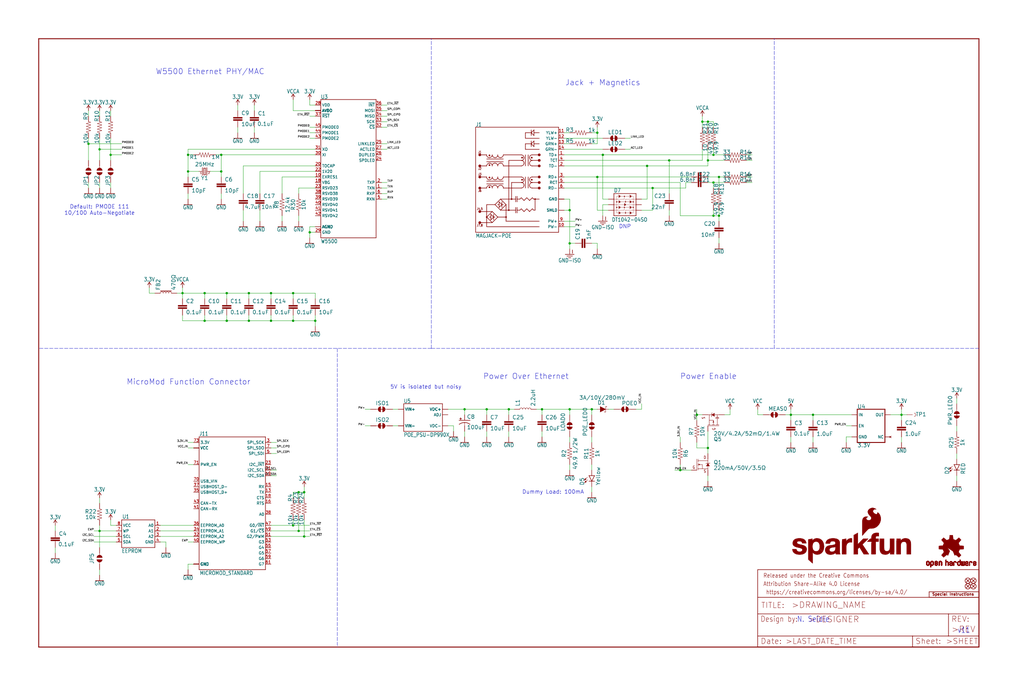
<source format=kicad_sch>
(kicad_sch (version 20211123) (generator eeschema)
  (paper "User" 470.306 317.906)
  (lib_symbols
    (symbol "eagleSchem-eagle-import:0.1UF-0603-25V-(+80{slash}-20%)"
      (property "Reference" "C" (at 1.524 2.921 0))
      (property "Value" "0.1UF-0603-25V-(+80{slash}-20%)" (at 1.524 -2.159 0))
      (symbol "0.1UF-0603-25V-(+80{slash}-20%)_1_0"
        (pin passive line (at 0 5.08 270) (length 2.54) (name "1") (number "1"))
        (pin passive line (at 0 -2.54 90) (length 2.54) (name "2") (number "2"))
      )
    )
    (symbol "eagleSchem-eagle-import:0.1UF-0603-25V-5%"
      (property "Reference" "C" (at 1.524 2.921 0))
      (property "Value" "0.1UF-0603-25V-5%" (at 1.524 -2.159 0))
      (symbol "0.1UF-0603-25V-5%_1_0"
        (pin passive line (at 0 5.08 270) (length 2.54) (name "1") (number "1"))
        (pin passive line (at 0 -2.54 90) (length 2.54) (name "2") (number "2"))
      )
    )
    (symbol "eagleSchem-eagle-import:1.0NF{slash}1000PF-1206-2KV-10%"
      (property "Reference" "C" (at 1.524 2.921 0))
      (property "Value" "1.0NF{slash}1000PF-1206-2KV-10%" (at 1.524 -2.159 0))
      (symbol "1.0NF{slash}1000PF-1206-2KV-10%_1_0"
        (pin passive line (at 0 5.08 270) (length 2.54) (name "1") (number "1"))
        (pin passive line (at 0 -2.54 90) (length 2.54) (name "2") (number "2"))
      )
    )
    (symbol "eagleSchem-eagle-import:1.0UF-0603-16V-10%"
      (property "Reference" "C" (at 1.524 2.921 0))
      (property "Value" "1.0UF-0603-16V-10%" (at 1.524 -2.159 0))
      (symbol "1.0UF-0603-16V-10%_1_0"
        (pin passive line (at 0 5.08 270) (length 2.54) (name "1") (number "1"))
        (pin passive line (at 0 -2.54 90) (length 2.54) (name "2") (number "2"))
      )
    )
    (symbol "eagleSchem-eagle-import:1.0UF-0603-16V-10%-X7R"
      (property "Reference" "C" (at 1.524 2.921 0))
      (property "Value" "1.0UF-0603-16V-10%-X7R" (at 1.524 -2.159 0))
      (symbol "1.0UF-0603-16V-10%-X7R_1_0"
        (pin passive line (at 0 5.08 270) (length 2.54) (name "1") (number "1"))
        (pin passive line (at 0 -2.54 90) (length 2.54) (name "2") (number "2"))
      )
    )
    (symbol "eagleSchem-eagle-import:100UF-POLAR-25V-20%(ELEC)"
      (property "Reference" "C" (at 1.016 0.635 0))
      (property "Value" "100UF-POLAR-25V-20%(ELEC)" (at 1.016 -4.191 0))
      (symbol "100UF-POLAR-25V-20%(ELEC)_1_0"
        (pin passive line (at 0 2.54 270) (length 2.54) (name "+") (number "+"))
        (pin passive line (at 0 -5.08 90) (length 2.54) (name "-") (number "-"))
      )
    )
    (symbol "eagleSchem-eagle-import:10KOHM-0603-1{slash}10W-1%"
      (property "Reference" "R" (at 0 1.524 0))
      (property "Value" "10KOHM-0603-1{slash}10W-1%" (at 0 -1.524 0))
      (symbol "10KOHM-0603-1{slash}10W-1%_1_0"
        (pin passive line (at -5.08 0 0) (length 2.54) (name "1") (number "1"))
        (pin passive line (at 5.08 0 180) (length 2.54) (name "2") (number "2"))
      )
    )
    (symbol "eagleSchem-eagle-import:10NF-0603-50V-10%"
      (property "Reference" "C" (at 1.524 2.921 0))
      (property "Value" "10NF-0603-50V-10%" (at 1.524 -2.159 0))
      (symbol "10NF-0603-50V-10%_1_0"
        (pin passive line (at 0 5.08 270) (length 2.54) (name "1") (number "1"))
        (pin passive line (at 0 -2.54 90) (length 2.54) (name "2") (number "2"))
      )
    )
    (symbol "eagleSchem-eagle-import:10OHM-0603-1{slash}10W-1%"
      (property "Reference" "R" (at 0 1.524 0))
      (property "Value" "10OHM-0603-1{slash}10W-1%" (at 0 -1.524 0))
      (symbol "10OHM-0603-1{slash}10W-1%_1_0"
        (pin passive line (at -5.08 0 0) (length 2.54) (name "1") (number "1"))
        (pin passive line (at 5.08 0 180) (length 2.54) (name "2") (number "2"))
      )
    )
    (symbol "eagleSchem-eagle-import:10PF-0603-50V-5%"
      (property "Reference" "C" (at 1.524 2.921 0))
      (property "Value" "10PF-0603-50V-5%" (at 1.524 -2.159 0))
      (symbol "10PF-0603-50V-5%_1_0"
        (pin passive line (at 0 5.08 270) (length 2.54) (name "1") (number "1"))
        (pin passive line (at 0 -2.54 90) (length 2.54) (name "2") (number "2"))
      )
    )
    (symbol "eagleSchem-eagle-import:10UF-0603-6.3V-20%"
      (property "Reference" "C" (at 1.524 2.921 0))
      (property "Value" "10UF-0603-6.3V-20%" (at 1.524 -2.159 0))
      (symbol "10UF-0603-6.3V-20%_1_0"
        (pin passive line (at 0 5.08 270) (length 2.54) (name "1") (number "1"))
        (pin passive line (at 0 -2.54 90) (length 2.54) (name "2") (number "2"))
      )
    )
    (symbol "eagleSchem-eagle-import:10UF-0805-25V-10%"
      (property "Reference" "C" (at 1.524 2.921 0))
      (property "Value" "10UF-0805-25V-10%" (at 1.524 -2.159 0))
      (symbol "10UF-0805-25V-10%_1_0"
        (pin passive line (at 0 5.08 270) (length 2.54) (name "1") (number "1"))
        (pin passive line (at 0 -2.54 90) (length 2.54) (name "2") (number "2"))
      )
    )
    (symbol "eagleSchem-eagle-import:12.4KOHM-0603-1{slash}10W-1%"
      (property "Reference" "R" (at 0 1.524 0))
      (property "Value" "12.4KOHM-0603-1{slash}10W-1%" (at 0 -1.524 0))
      (symbol "12.4KOHM-0603-1{slash}10W-1%_1_0"
        (pin passive line (at -5.08 0 0) (length 2.54) (name "1") (number "1"))
        (pin passive line (at 5.08 0 180) (length 2.54) (name "2") (number "2"))
      )
    )
    (symbol "eagleSchem-eagle-import:1KOHM-0603-1{slash}10W-1%"
      (property "Reference" "R" (at 0 1.524 0))
      (property "Value" "1KOHM-0603-1{slash}10W-1%" (at 0 -1.524 0))
      (symbol "1KOHM-0603-1{slash}10W-1%_1_0"
        (pin passive line (at -5.08 0 0) (length 2.54) (name "1") (number "1"))
        (pin passive line (at 5.08 0 180) (length 2.54) (name "2") (number "2"))
      )
    )
    (symbol "eagleSchem-eagle-import:1MOHM-0603-1{slash}4W-5%"
      (property "Reference" "R" (at 0 1.524 0))
      (property "Value" "1MOHM-0603-1{slash}4W-5%" (at 0 -1.524 0))
      (symbol "1MOHM-0603-1{slash}4W-5%_1_0"
        (pin passive line (at -5.08 0 0) (length 2.54) (name "1") (number "1"))
        (pin passive line (at 5.08 0 180) (length 2.54) (name "2") (number "2"))
      )
    )
    (symbol "eagleSchem-eagle-import:22NF{slash}22,000PF-0603-50V-10%"
      (property "Reference" "C" (at 1.524 2.921 0))
      (property "Value" "22NF{slash}22,000PF-0603-50V-10%" (at 1.524 -2.159 0))
      (symbol "22NF{slash}22,000PF-0603-50V-10%_1_0"
        (pin passive line (at 0 5.08 270) (length 2.54) (name "1") (number "1"))
        (pin passive line (at 0 -2.54 90) (length 2.54) (name "2") (number "2"))
      )
    )
    (symbol "eagleSchem-eagle-import:3.3V" (power)
      (property "Value" "3.3V" (at 0 2.794 0))
      (symbol "3.3V_1_0"
        (pin power_in line (at 0 0 90) (length 2.54) (name "3.3V") (number "1"))
      )
    )
    (symbol "eagleSchem-eagle-import:33OHM-0603-1{slash}10W-1%"
      (property "Reference" "R" (at 0 1.524 0))
      (property "Value" "33OHM-0603-1{slash}10W-1%" (at 0 -1.524 0))
      (symbol "33OHM-0603-1{slash}10W-1%_1_0"
        (pin passive line (at -5.08 0 0) (length 2.54) (name "1") (number "1"))
        (pin passive line (at 5.08 0 180) (length 2.54) (name "2") (number "2"))
      )
    )
    (symbol "eagleSchem-eagle-import:4.7UF-0603-6.3V-(10%)"
      (property "Reference" "C" (at 1.524 2.921 0))
      (property "Value" "4.7UF-0603-6.3V-(10%)" (at 1.524 -2.159 0))
      (symbol "4.7UF-0603-6.3V-(10%)_1_0"
        (pin passive line (at 0 5.08 270) (length 2.54) (name "1") (number "1"))
        (pin passive line (at 0 -2.54 90) (length 2.54) (name "2") (number "2"))
      )
    )
    (symbol "eagleSchem-eagle-import:49.9OHM-0603-1{slash}10W-1%"
      (property "Reference" "R" (at 0 1.524 0))
      (property "Value" "49.9OHM-0603-1{slash}10W-1%" (at 0 -1.524 0))
      (symbol "49.9OHM-0603-1{slash}10W-1%_1_0"
        (pin passive line (at -5.08 0 0) (length 2.54) (name "1") (number "1"))
        (pin passive line (at 5.08 0 180) (length 2.54) (name "2") (number "2"))
      )
    )
    (symbol "eagleSchem-eagle-import:49.9OHM-1206-1{slash}2W-1%"
      (property "Reference" "R" (at 0 1.524 0))
      (property "Value" "49.9OHM-1206-1{slash}2W-1%" (at 0 -1.524 0))
      (symbol "49.9OHM-1206-1{slash}2W-1%_1_0"
        (pin passive line (at -5.08 0 0) (length 2.54) (name "1") (number "1"))
        (pin passive line (at 5.08 0 180) (length 2.54) (name "2") (number "2"))
      )
    )
    (symbol "eagleSchem-eagle-import:5V" (power)
      (property "Value" "5V" (at 0 2.794 0))
      (symbol "5V_1_0"
        (pin power_in line (at 0 0 90) (length 2.54) (name "5V") (number "1"))
      )
    )
    (symbol "eagleSchem-eagle-import:6.8NF{slash}6800PF-0603-50V-5%"
      (property "Reference" "C" (at 1.524 2.921 0))
      (property "Value" "6.8NF{slash}6800PF-0603-50V-5%" (at 1.524 -2.159 0))
      (symbol "6.8NF{slash}6800PF-0603-50V-5%_1_0"
        (pin passive line (at 0 5.08 270) (length 2.54) (name "1") (number "1"))
        (pin passive line (at 0 -2.54 90) (length 2.54) (name "2") (number "2"))
      )
    )
    (symbol "eagleSchem-eagle-import:CRYSTAL-25MHZ-SMD-2.0X1.6MM"
      (property "Reference" "Y" (at 0 2.032 0))
      (property "Value" "CRYSTAL-25MHZ-SMD-2.0X1.6MM" (at 0 -2.032 0))
      (symbol "CRYSTAL-25MHZ-SMD-2.0X1.6MM_1_0"
        (text "1" (at -2.159 -1.143 0) (effects (font (size 0.8636 0.734)) (justify left bottom)))
        (text "2" (at 1.524 -1.143 0) (effects (font (size 0.8636 0.734)) (justify left bottom)))
        (pin passive line (at -2.54 0 0) (length 0) (name "1") (number "1"))
        (pin passive line (at 2.54 0 180) (length 0) (name "2") (number "3"))
      )
    )
    (symbol "eagleSchem-eagle-import:DIODE-SCHOTTKY-BAT60A"
      (property "Reference" "D" (at -2.54 2.032 0))
      (property "Value" "DIODE-SCHOTTKY-BAT60A" (at -2.54 -2.032 0))
      (symbol "DIODE-SCHOTTKY-BAT60A_1_0"
        (pin passive line (at -2.54 0 0) (length 0) (name "A") (number "A"))
        (pin passive line (at 2.54 0 180) (length 0) (name "C") (number "C"))
      )
    )
    (symbol "eagleSchem-eagle-import:EEPROM-I2C512K"
      (property "Reference" "U" (at -7.62 8.382 0))
      (property "Value" "EEPROM-I2C512K" (at -7.62 -7.62 0))
      (symbol "EEPROM-I2C512K_1_0"
        (pin bidirectional line (at -10.16 5.08 0) (length 2.54) (name "A0") (number "1"))
        (pin bidirectional line (at -10.16 2.54 0) (length 2.54) (name "A1") (number "2"))
        (pin bidirectional line (at -10.16 0 0) (length 2.54) (name "A2") (number "3"))
        (pin power_in line (at -10.16 -2.54 0) (length 2.54) (name "GND") (number "4"))
        (pin bidirectional line (at 10.16 -2.54 180) (length 2.54) (name "SDA") (number "5"))
        (pin bidirectional line (at 10.16 0 180) (length 2.54) (name "SCL") (number "6"))
        (pin bidirectional line (at 10.16 2.54 180) (length 2.54) (name "WP") (number "7"))
        (pin power_in line (at 10.16 5.08 180) (length 2.54) (name "VCC") (number "8"))
      )
    )
    (symbol "eagleSchem-eagle-import:FERRITE_BEAD-0603-470Ω-100MHZ-1A-200MILIΩ"
      (property "Reference" "FB" (at 1.27 2.54 0))
      (property "Value" "FERRITE_BEAD-0603-470Ω-100MHZ-1A-200MILIΩ" (at 1.27 -2.54 0))
      (symbol "FERRITE_BEAD-0603-470Ω-100MHZ-1A-200MILIΩ_1_0"
        (pin passive line (at 0 5.08 270) (length 2.54) (name "1") (number "1"))
        (pin passive line (at 0 -5.08 90) (length 2.54) (name "2") (number "2"))
      )
    )
    (symbol "eagleSchem-eagle-import:FIDUCIALUFIDUCIAL")
    (symbol "eagleSchem-eagle-import:FRAME-LEDGER"
      (symbol "FRAME-LEDGER_2_0"
        (text " https://creativecommons.org/licenses/by-sa/4.0/" (at 2.54 24.13 0) (effects (font (size 1.9304 1.6408)) (justify left bottom)))
        (text ">DESIGNER" (at 23.114 11.176 0) (effects (font (size 2.7432 2.7432)) (justify left bottom)))
        (text ">DRAWING_NAME" (at 15.494 17.78 0) (effects (font (size 2.7432 2.7432)) (justify left bottom)))
        (text ">LAST_DATE_TIME" (at 12.7 1.27 0) (effects (font (size 2.54 2.54)) (justify left bottom)))
        (text ">REV" (at 88.9 6.604 0) (effects (font (size 2.7432 2.7432)) (justify left bottom)))
        (text ">SHEET" (at 86.36 1.27 0) (effects (font (size 2.54 2.54)) (justify left bottom)))
        (text "Attribution Share-Alike 4.0 License" (at 2.54 27.94 0) (effects (font (size 1.9304 1.6408)) (justify left bottom)))
        (text "Date:" (at 1.27 1.27 0) (effects (font (size 2.54 2.54)) (justify left bottom)))
        (text "Design by:" (at 1.27 11.43 0) (effects (font (size 2.54 2.159)) (justify left bottom)))
        (text "Released under the Creative Commons" (at 2.54 31.75 0) (effects (font (size 1.9304 1.6408)) (justify left bottom)))
        (text "REV:" (at 88.9 11.43 0) (effects (font (size 2.54 2.54)) (justify left bottom)))
        (text "Sheet:" (at 72.39 1.27 0) (effects (font (size 2.54 2.54)) (justify left bottom)))
        (text "TITLE:" (at 1.524 17.78 0) (effects (font (size 2.54 2.54)) (justify left bottom)))
      )
    )
    (symbol "eagleSchem-eagle-import:GND" (power)
      (property "Value" "GND" (at 0 -0.254 0))
      (symbol "GND_1_0"
        (pin power_in line (at 0 2.54 270) (length 2.54) (name "GND") (number "1"))
      )
    )
    (symbol "eagleSchem-eagle-import:GND-ISO" (power)
      (property "Value" "GND-ISO" (at 0 -1.778 0))
      (symbol "GND-ISO_1_0"
        (pin power_in line (at 0 2.54 270) (length 2.54) (name "GND-ISO") (number "1"))
      )
    )
    (symbol "eagleSchem-eagle-import:INDUCTOR-0805_WIDE-2.2UH"
      (property "Reference" "L" (at 1.27 2.54 0))
      (property "Value" "INDUCTOR-0805_WIDE-2.2UH" (at 1.27 -2.54 0))
      (symbol "INDUCTOR-0805_WIDE-2.2UH_1_0"
        (pin passive line (at 0 5.08 270) (length 2.54) (name "1") (number "1"))
        (pin passive line (at 0 -5.08 90) (length 2.54) (name "2") (number "2"))
      )
    )
    (symbol "eagleSchem-eagle-import:JUMPER-COMBO_2_NC_TRACE"
      (property "Reference" "JP" (at 0 2.794 0))
      (property "Value" "JUMPER-COMBO_2_NC_TRACE" (at 0 -2.794 0))
      (symbol "JUMPER-COMBO_2_NC_TRACE_1_0"
        (pin passive line (at -5.08 0 0) (length 2.54) (name "1") (number "1"))
        (pin passive line (at 5.08 0 180) (length 2.54) (name "2") (number "2"))
        (pin passive line (at -5.08 0 0) (length 2.54) (name "1") (number "3"))
        (pin passive line (at 5.08 0 180) (length 2.54) (name "2") (number "4"))
      )
    )
    (symbol "eagleSchem-eagle-import:JUMPER-SMT_2_NC_TRACE_SILK"
      (property "Reference" "JP" (at 0 3.048 0))
      (property "Value" "JUMPER-SMT_2_NC_TRACE_SILK" (at 0 -3.048 0))
      (symbol "JUMPER-SMT_2_NC_TRACE_SILK_1_0"
        (pin passive line (at -5.08 0 0) (length 2.54) (name "1") (number "1"))
        (pin passive line (at 5.08 0 180) (length 2.54) (name "2") (number "2"))
      )
    )
    (symbol "eagleSchem-eagle-import:JUMPER-SMT_2_NO_SILK"
      (property "Reference" "JP" (at 0 2.794 0))
      (property "Value" "JUMPER-SMT_2_NO_SILK" (at 0 -2.794 0))
      (symbol "JUMPER-SMT_2_NO_SILK_1_0"
        (pin passive line (at -5.08 0 0) (length 2.54) (name "1") (number "1"))
        (pin passive line (at 5.08 0 180) (length 2.54) (name "2") (number "2"))
      )
    )
    (symbol "eagleSchem-eagle-import:LED-RED0603"
      (property "Reference" "D" (at -3.429 -4.572 90))
      (property "Value" "LED-RED0603" (at 1.905 -4.572 90))
      (symbol "LED-RED0603_1_0"
        (pin passive line (at 0 2.54 270) (length 2.54) (name "A") (number "A"))
        (pin passive line (at 0 -5.08 90) (length 2.54) (name "C") (number "C"))
      )
    )
    (symbol "eagleSchem-eagle-import:LED-YELLOW0603"
      (property "Reference" "D" (at -3.429 -4.572 90))
      (property "Value" "LED-YELLOW0603" (at 1.905 -4.572 90))
      (symbol "LED-YELLOW0603_1_0"
        (pin passive line (at 0 2.54 270) (length 2.54) (name "A") (number "A"))
        (pin passive line (at 0 -5.08 90) (length 2.54) (name "C") (number "C"))
      )
    )
    (symbol "eagleSchem-eagle-import:MAGJACK-POE"
      (property "Reference" "J" (at -17.78 28.194 0))
      (property "Value" "MAGJACK-POE" (at -17.78 -22.86 0))
      (symbol "MAGJACK-POE_1_0"
        (text "J1" (at -15.875 16.51 0) (effects (font (size 1.016 0.8636) (thickness 0.1727) bold)))
        (text "J2" (at -15.875 8.89 0) (effects (font (size 1.016 0.8636) (thickness 0.1727) bold)))
        (text "J3" (at -15.875 6.35 0) (effects (font (size 1.016 0.8636) (thickness 0.1727) bold)))
        (text "J4,5" (at -15.875 -9.525 0) (effects (font (size 1.016 0.8636) (thickness 0.1727) bold)))
        (text "J6" (at -15.875 -1.27 0) (effects (font (size 1.016 0.8636) (thickness 0.1727) bold)))
        (text "J7,8" (at -15.875 -17.145 0) (effects (font (size 1.016 0.8636) (thickness 0.1727) bold)))
        (pin bidirectional line (at 22.86 15.24 180) (length 2.54) (name "TD+") (number "1"))
        (pin bidirectional line (at 22.86 -17.78 180) (length 2.54) (name "PW-") (number "10"))
        (pin bidirectional line (at 22.86 25.4 180) (length 2.54) (name "YLW+") (number "11"))
        (pin bidirectional line (at 22.86 22.86 180) (length 2.54) (name "YLW-") (number "12"))
        (pin bidirectional line (at 22.86 20.32 180) (length 2.54) (name "GRN+") (number "13"))
        (pin bidirectional line (at 22.86 17.78 180) (length 2.54) (name "GRN-") (number "14"))
        (pin bidirectional line (at 22.86 10.16 180) (length 2.54) (name "TD-") (number "2"))
        (pin bidirectional line (at 22.86 5.08 180) (length 2.54) (name "RD+") (number "3"))
        (pin bidirectional line (at 22.86 12.7 180) (length 2.54) (name "TCT") (number "4"))
        (pin bidirectional line (at 22.86 2.54 180) (length 2.54) (name "RCT") (number "5"))
        (pin bidirectional line (at 22.86 0 180) (length 2.54) (name "RD-") (number "6"))
        (pin bidirectional line (at 22.86 -5.08 180) (length 2.54) (name "GND") (number "7"))
        (pin bidirectional line (at 22.86 -5.08 180) (length 2.54) (name "GND") (number "8"))
        (pin bidirectional line (at 22.86 -15.24 180) (length 2.54) (name "PW+") (number "9"))
        (pin bidirectional line (at 22.86 -10.16 180) (length 2.54) (name "SHLD") (number "S1"))
        (pin bidirectional line (at 22.86 -10.16 180) (length 2.54) (name "SHLD") (number "S2"))
      )
    )
    (symbol "eagleSchem-eagle-import:MICROMOD_STANDARD"
      (property "Reference" "J" (at -15.24 28.448 0))
      (property "Value" "MICROMOD_STANDARD" (at -15.24 -35.56 0))
      (symbol "MICROMOD_STANDARD_1_0"
        (pin bidirectional line (at -17.78 -30.48 0) (length 2.54) (name "GND") (number "1"))
        (pin bidirectional line (at 17.78 2.54 180) (length 2.54) (name "TX") (number "13"))
        (pin bidirectional line (at 17.78 5.08 180) (length 2.54) (name "RX") (number "15"))
        (pin bidirectional line (at 17.78 -2.54 180) (length 2.54) (name "RTS") (number "16"))
        (pin bidirectional line (at 17.78 0 180) (length 2.54) (name "CTS") (number "18"))
        (pin bidirectional line (at 17.78 10.16 180) (length 2.54) (name "I2C_SDA") (number "19"))
        (pin bidirectional line (at 17.78 12.7 180) (length 2.54) (name "I2C_SCL") (number "21"))
        (pin bidirectional line (at 17.78 15.24 180) (length 2.54) (name "I2C_~{INT}") (number "23"))
        (pin bidirectional line (at 17.78 25.4 180) (length 2.54) (name "SPI_SCK") (number "3"))
        (pin bidirectional line (at -17.78 -17.78 0) (length 2.54) (name "EEPROM_A2") (number "32"))
        (pin bidirectional line (at -17.78 -30.48 0) (length 2.54) (name "GND") (number "33"))
        (pin bidirectional line (at -17.78 -15.24 0) (length 2.54) (name "EEPROM_A1") (number "34"))
        (pin bidirectional line (at -17.78 2.54 0) (length 2.54) (name "USBHOST_D+") (number "35"))
        (pin bidirectional line (at -17.78 -12.7 0) (length 2.54) (name "EEPROM_A0") (number "36"))
        (pin bidirectional line (at -17.78 5.08 0) (length 2.54) (name "USBHOST_D-") (number "37"))
        (pin bidirectional line (at 17.78 -7.62 180) (length 2.54) (name "A0") (number "38"))
        (pin bidirectional line (at -17.78 -30.48 0) (length 2.54) (name "GND") (number "39"))
        (pin bidirectional line (at -17.78 -20.32 0) (length 2.54) (name "EEPROM_WP") (number "40"))
        (pin bidirectional line (at -17.78 -5.08 0) (length 2.54) (name "CAN-RX") (number "41"))
        (pin bidirectional line (at -17.78 -2.54 0) (length 2.54) (name "CAN-TX") (number "43"))
        (pin bidirectional line (at -17.78 -30.48 0) (length 2.54) (name "GND") (number "45"))
        (pin bidirectional line (at 17.78 -12.7 180) (length 2.54) (name "G0/~{INT}") (number "47"))
        (pin bidirectional line (at 17.78 -15.24 180) (length 2.54) (name "G1/~{CS}") (number "49"))
        (pin bidirectional line (at 17.78 20.32 180) (length 2.54) (name "SPI_SDI") (number "5"))
        (pin bidirectional line (at 17.78 -17.78 180) (length 2.54) (name "G2/PWM") (number "51"))
        (pin bidirectional line (at 17.78 -20.32 180) (length 2.54) (name "G3") (number "53"))
        (pin bidirectional line (at 17.78 -22.86 180) (length 2.54) (name "G4") (number "55"))
        (pin bidirectional line (at 17.78 -25.4 180) (length 2.54) (name "G5") (number "57"))
        (pin bidirectional line (at 17.78 -27.94 180) (length 2.54) (name "G6") (number "59"))
        (pin bidirectional line (at 17.78 -30.48 180) (length 2.54) (name "G7") (number "61"))
        (pin bidirectional line (at 17.78 22.86 180) (length 2.54) (name "SPI_SDO") (number "7"))
        (pin bidirectional line (at -17.78 7.62 0) (length 2.54) (name "USB_VIN") (number "70"))
        (pin bidirectional line (at -17.78 15.24 0) (length 2.54) (name "PWR_EN") (number "71"))
        (pin bidirectional line (at -17.78 22.86 0) (length 2.54) (name "VCC") (number "72"))
        (pin bidirectional line (at -17.78 25.4 0) (length 2.54) (name "3.3V") (number "73"))
        (pin bidirectional line (at -17.78 22.86 0) (length 2.54) (name "VCC") (number "74"))
        (pin bidirectional line (at -17.78 -30.48 0) (length 2.54) (name "GND") (number "75"))
        (pin bidirectional line (at -17.78 -30.48 0) (length 2.54) (name "GND") (number "GND1"))
        (pin bidirectional line (at -17.78 -30.48 0) (length 2.54) (name "GND") (number "GND2"))
        (pin bidirectional line (at -17.78 -30.48 0) (length 2.54) (name "GND") (number "GND3"))
        (pin bidirectional line (at -17.78 -30.48 0) (length 2.54) (name "GND") (number "GND4"))
        (pin bidirectional line (at -17.78 -30.48 0) (length 2.54) (name "GND") (number "GND5"))
        (pin bidirectional line (at -17.78 -30.48 0) (length 2.54) (name "GND") (number "GND6"))
      )
    )
    (symbol "eagleSchem-eagle-import:MOSFET-NCH-BSS138"
      (property "Reference" "Q" (at 5.08 0 0))
      (property "Value" "MOSFET-NCH-BSS138" (at 5.08 -2.54 0))
      (symbol "MOSFET-NCH-BSS138_1_0"
        (text "D" (at 0.508 2.54 0) (effects (font (size 1.27 1.0795)) (justify left bottom)))
        (text "G" (at -3.302 -0.508 0) (effects (font (size 1.27 1.0795)) (justify right top)))
        (text "S" (at 0.508 -3.81 0) (effects (font (size 1.27 1.0795)) (justify left bottom)))
        (pin bidirectional line (at -5.08 -2.54 0) (length 2.54) (name "G") (number "1"))
        (pin bidirectional line (at 2.54 -5.08 90) (length 2.54) (name "S") (number "2"))
        (pin bidirectional line (at 2.54 5.08 270) (length 2.54) (name "D") (number "3"))
      )
    )
    (symbol "eagleSchem-eagle-import:MOSFET_PCH-DMG2305UX-7"
      (property "Reference" "Q" (at 5.08 0 0))
      (property "Value" "MOSFET_PCH-DMG2305UX-7" (at 5.08 -2.54 0))
      (symbol "MOSFET_PCH-DMG2305UX-7_1_0"
        (text "D" (at 0.508 2.54 0) (effects (font (size 1.27 1.0795)) (justify left bottom)))
        (text "G" (at -3.302 -0.508 0) (effects (font (size 1.27 1.0795)) (justify right top)))
        (text "S" (at 0.508 -3.81 0) (effects (font (size 1.27 1.0795)) (justify left bottom)))
        (pin bidirectional line (at -5.08 -2.54 0) (length 2.54) (name "G") (number "1"))
        (pin bidirectional line (at 2.54 -5.08 90) (length 2.54) (name "S") (number "2"))
        (pin bidirectional line (at 2.54 5.08 270) (length 2.54) (name "D") (number "3"))
      )
    )
    (symbol "eagleSchem-eagle-import:OSHW-LOGOMINI")
    (symbol "eagleSchem-eagle-import:POE_PSU-DP990X"
      (property "Reference" "U" (at -7.62 5.334 0))
      (property "Value" "POE_PSU-DP990X" (at -7.62 -10.16 0))
      (symbol "POE_PSU-DP990X_1_0"
        (pin bidirectional line (at 12.7 2.54 180) (length 2.54) (name "VDC+") (number "1"))
        (pin bidirectional line (at 12.7 2.54 180) (length 2.54) (name "VDC+") (number "2"))
        (pin bidirectional line (at 12.7 -5.08 180) (length 2.54) (name "VDC-") (number "3"))
        (pin bidirectional line (at 12.7 0 180) (length 2.54) (name "ADJ") (number "4"))
        (pin bidirectional line (at -10.16 2.54 0) (length 2.54) (name "VIN+") (number "5"))
        (pin bidirectional line (at -10.16 2.54 0) (length 2.54) (name "VIN+") (number "6"))
        (pin bidirectional line (at -10.16 -5.08 0) (length 2.54) (name "VIN-") (number "7"))
        (pin bidirectional line (at -10.16 -5.08 0) (length 2.54) (name "VIN-") (number "8"))
      )
    )
    (symbol "eagleSchem-eagle-import:SFE_LOGO_NAME_FLAME.1_INCH")
    (symbol "eagleSchem-eagle-import:SPECIAL_INSTRUCTIONS-ORDERING"
      (symbol "SPECIAL_INSTRUCTIONS-ORDERING_1_0"
        (text "Special Instructions" (at 1.27 0.6985 0) (effects (font (size 1.27 1.27) (thickness 0.254) bold) (justify left bottom)))
      )
    )
    (symbol "eagleSchem-eagle-import:TEST-POINT3X4"
      (property "Reference" "TP" (at -2.54 2.54 0))
      (property "Value" "TEST-POINT3X4" (at -2.54 -2.54 0))
      (symbol "TEST-POINT3X4_1_0"
        (pin bidirectional line (at 0 0 180) (length 0) (name "1") (number "1"))
      )
    )
    (symbol "eagleSchem-eagle-import:TVS_DIODE_ARRAYSMD"
      (property "Reference" "U" (at 2.54 -10.16 0))
      (property "Value" "TVS_DIODE_ARRAYSMD" (at 2.54 -12.7 0))
      (symbol "TVS_DIODE_ARRAYSMD_1_0"
        (pin bidirectional line (at -2.54 -7.62 90) (length 2.54) (name "IO1") (number "1"))
        (pin bidirectional line (at 0 -7.62 90) (length 2.54) (name "VSS") (number "2"))
        (pin bidirectional line (at 2.54 -7.62 90) (length 2.54) (name "IO2") (number "3"))
        (pin bidirectional line (at 2.54 7.62 270) (length 2.54) (name "IO3") (number "4"))
        (pin bidirectional line (at 0 7.62 270) (length 2.54) (name "VCC") (number "5"))
        (pin bidirectional line (at -2.54 7.62 270) (length 2.54) (name "IO4") (number "6"))
      )
    )
    (symbol "eagleSchem-eagle-import:VCC" (power)
      (property "Value" "VCC" (at 0 2.794 0))
      (symbol "VCC_1_0"
        (pin power_in line (at 0 0 90) (length 2.54) (name "VCC") (number "1"))
      )
    )
    (symbol "eagleSchem-eagle-import:VCCA" (power)
      (property "Value" "VCCA" (at 0 2.794 0))
      (symbol "VCCA_1_0"
        (pin power_in line (at 0 0 90) (length 2.54) (name "VCCA") (number "1"))
      )
    )
    (symbol "eagleSchem-eagle-import:V_REG_AP2112K-3.3V"
      (property "Reference" "U" (at -7.62 7.874 0))
      (property "Value" "V_REG_AP2112K-3.3V" (at -7.62 -7.874 0))
      (symbol "V_REG_AP2112K-3.3V_1_0"
        (pin input line (at -10.16 5.08 0) (length 2.54) (name "IN") (number "1"))
        (pin input line (at -10.16 -5.08 0) (length 2.54) (name "GND") (number "2"))
        (pin input line (at -10.16 0 0) (length 2.54) (name "EN") (number "3"))
        (pin no_connect line (at 7.62 -5.08 180) (length 2.54) (name "NC") (number "4"))
        (pin passive line (at 7.62 5.08 180) (length 2.54) (name "OUT") (number "5"))
      )
    )
    (symbol "eagleSchem-eagle-import:W5500"
      (property "Reference" "U" (at -12.7 23.114 0))
      (property "Value" "W5500" (at -12.7 -43.18 0))
      (symbol "W5500_1_0"
        (pin bidirectional line (at 15.24 -17.78 180) (length 2.54) (name "TXN") (number "1"))
        (pin bidirectional line (at -15.24 -12.7 0) (length 2.54) (name "EXRES1") (number "10"))
        (pin bidirectional line (at -15.24 17.78 0) (length 2.54) (name "AVDD") (number "11"))
        (pin bidirectional line (at -15.24 -35.56 0) (length 2.54) (name "AGND") (number "14"))
        (pin bidirectional line (at -15.24 17.78 0) (length 2.54) (name "AVDD") (number "15"))
        (pin bidirectional line (at -15.24 -35.56 0) (length 2.54) (name "AGND") (number "16"))
        (pin bidirectional line (at -15.24 17.78 0) (length 2.54) (name "AVDD") (number "17"))
        (pin bidirectional line (at -15.24 -15.24 0) (length 2.54) (name "VBG") (number "18"))
        (pin bidirectional line (at -15.24 -35.56 0) (length 2.54) (name "AGND") (number "19"))
        (pin bidirectional line (at 15.24 -15.24 180) (length 2.54) (name "TXP") (number "2"))
        (pin bidirectional line (at -15.24 -7.62 0) (length 2.54) (name "TOCAP") (number "20"))
        (pin bidirectional line (at -15.24 17.78 0) (length 2.54) (name "AVDD") (number "21"))
        (pin bidirectional line (at -15.24 -10.16 0) (length 2.54) (name "1V20") (number "22"))
        (pin bidirectional line (at -15.24 -17.78 0) (length 2.54) (name "RSVD23") (number "23"))
        (pin bidirectional line (at 15.24 -5.08 180) (length 2.54) (name "SPDLED") (number "24"))
        (pin bidirectional line (at 15.24 2.54 180) (length 2.54) (name "LINKLED") (number "25"))
        (pin bidirectional line (at 15.24 -2.54 180) (length 2.54) (name "DUPLED") (number "26"))
        (pin bidirectional line (at 15.24 0 180) (length 2.54) (name "ACTLED") (number "27"))
        (pin bidirectional line (at -15.24 20.32 0) (length 2.54) (name "VDD") (number "28"))
        (pin bidirectional line (at -15.24 -38.1 0) (length 2.54) (name "GND") (number "29"))
        (pin bidirectional line (at -15.24 -35.56 0) (length 2.54) (name "AGND") (number "3"))
        (pin bidirectional line (at -15.24 -2.54 0) (length 2.54) (name "XI") (number "30"))
        (pin bidirectional line (at -15.24 0 0) (length 2.54) (name "XO") (number "31"))
        (pin bidirectional line (at 15.24 10.16 180) (length 2.54) (name "~{CS}") (number "32"))
        (pin bidirectional line (at 15.24 12.7 180) (length 2.54) (name "SCK") (number "33"))
        (pin bidirectional line (at 15.24 15.24 180) (length 2.54) (name "MISO") (number "34"))
        (pin bidirectional line (at 15.24 17.78 180) (length 2.54) (name "MOSI") (number "35"))
        (pin bidirectional line (at 15.24 20.32 180) (length 2.54) (name "~{INT}") (number "36"))
        (pin bidirectional line (at -15.24 15.24 0) (length 2.54) (name "~{RST}") (number "37"))
        (pin bidirectional line (at -15.24 -20.32 0) (length 2.54) (name "RSVD38") (number "38"))
        (pin bidirectional line (at -15.24 -22.86 0) (length 2.54) (name "RSVD39") (number "39"))
        (pin bidirectional line (at -15.24 17.78 0) (length 2.54) (name "AVDD") (number "4"))
        (pin bidirectional line (at -15.24 -25.4 0) (length 2.54) (name "RSVD40") (number "40"))
        (pin bidirectional line (at -15.24 -27.94 0) (length 2.54) (name "RSVD41") (number "41"))
        (pin bidirectional line (at -15.24 -30.48 0) (length 2.54) (name "RSVD42") (number "42"))
        (pin bidirectional line (at -15.24 5.08 0) (length 2.54) (name "PMODE2") (number "43"))
        (pin bidirectional line (at -15.24 7.62 0) (length 2.54) (name "PMODE1") (number "44"))
        (pin bidirectional line (at -15.24 10.16 0) (length 2.54) (name "PMODE0") (number "45"))
        (pin bidirectional line (at -15.24 -35.56 0) (length 2.54) (name "AGND") (number "48"))
        (pin bidirectional line (at 15.24 -22.86 180) (length 2.54) (name "RXN") (number "5"))
        (pin bidirectional line (at 15.24 -20.32 180) (length 2.54) (name "RXP") (number "6"))
        (pin bidirectional line (at -15.24 17.78 0) (length 2.54) (name "AVDD") (number "8"))
        (pin bidirectional line (at -15.24 -35.56 0) (length 2.54) (name "AGND") (number "9"))
      )
    )
  )
  (junction (at 261.62 96.52))
  (junction (at 134.62 134.62))
  (junction (at 330.2 81.28))
  (junction (at 104.14 147.32))
  (junction (at 307.34 73.66))
  (junction (at 261.62 111.76))
  (junction (at 40.64 66.04))
  (junction (at 274.32 81.28))
  (junction (at 330.2 99.06))
  (junction (at 271.78 187.96))
  (junction (at 144.78 147.32))
  (junction (at 83.82 134.62))
  (junction (at 312.42 215.9))
  (junction (at 325.12 55.88))
  (junction (at 322.58 55.88))
  (junction (at 50.8 71.12))
  (junction (at 327.66 83.82))
  (junction (at 124.46 147.32))
  (junction (at 134.62 241.3))
  (junction (at 327.66 71.12))
  (junction (at 414.02 190.5))
  (junction (at 327.66 99.06))
  (junction (at 101.6 71.12))
  (junction (at 276.86 71.12))
  (junction (at 114.3 147.32))
  (junction (at 363.22 190.5))
  (junction (at 114.3 134.62))
  (junction (at 124.46 134.62))
  (junction (at 248.92 187.96))
  (junction (at 325.12 205.74))
  (junction (at 45.72 243.84))
  (junction (at 261.62 187.96))
  (junction (at 325.12 73.66))
  (junction (at 274.32 60.96))
  (junction (at 104.14 134.62))
  (junction (at 45.72 68.58))
  (junction (at 139.7 246.38))
  (junction (at 299.72 86.36))
  (junction (at 223.52 187.96))
  (junction (at 93.98 134.62))
  (junction (at 297.18 76.2))
  (junction (at 134.62 147.32))
  (junction (at 373.38 190.5))
  (junction (at 86.36 71.12))
  (junction (at 137.16 243.84))
  (junction (at 213.36 187.96))
  (junction (at 139.7 226.06))
  (junction (at 86.36 78.74))
  (junction (at 142.24 106.68))
  (junction (at 93.98 147.32))
  (junction (at 320.04 190.5))
  (junction (at 137.16 226.06))
  (junction (at 233.68 187.96))
  (junction (at 101.6 78.74))
  (wire (pts (xy 101.6 91.44) (xy 101.6 88.9)))
  (wire (pts (xy 233.68 187.96) (xy 236.22 187.96)))
  (wire (pts (xy 261.62 91.44) (xy 261.62 96.52)))
  (wire (pts (xy 101.6 78.74) (xy 101.6 81.28)))
  (wire (pts (xy 294.64 187.96) (xy 294.64 185.42)))
  (wire (pts (xy 299.72 86.36) (xy 314.96 86.36)))
  (wire (pts (xy 345.44 81.28) (xy 342.9 81.28)))
  (wire (pts (xy 373.38 203.2) (xy 373.38 200.66)))
  (wire (pts (xy 332.74 73.66) (xy 325.12 73.66)))
  (wire (pts (xy 53.34 241.3) (xy 50.8 241.3)))
  (wire (pts (xy 233.68 190.5) (xy 233.68 187.96)))
  (wire (pts (xy 327.66 96.52) (xy 327.66 99.06)))
  (wire (pts (xy 287.02 63.5) (xy 289.56 63.5)))
  (wire (pts (xy 274.32 66.04) (xy 274.32 60.96)))
  (wire (pts (xy 144.78 71.12) (xy 101.6 71.12)))
  (wire (pts (xy 134.62 238.76) (xy 134.62 241.3)))
  (wire (pts (xy 144.78 78.74) (xy 119.38 78.74)))
  (wire (pts (xy 347.98 190.5) (xy 347.98 187.96)))
  (wire (pts (xy 139.7 228.6) (xy 139.7 226.06)))
  (wire (pts (xy 330.2 81.28) (xy 325.12 81.28)))
  (wire (pts (xy 213.36 190.5) (xy 213.36 187.96)))
  (wire (pts (xy 88.9 205.74) (xy 86.36 205.74)))
  (wire (pts (xy 335.28 190.5) (xy 335.28 187.96)))
  (wire (pts (xy 53.34 248.92) (xy 43.18 248.92)))
  (wire (pts (xy 124.46 134.62) (xy 134.62 134.62)))
  (wire (pts (xy 271.78 215.9) (xy 271.78 213.36)))
  (wire (pts (xy 271.78 111.76) (xy 274.32 111.76)))
  (wire (pts (xy 271.78 187.96) (xy 274.32 187.96)))
  (wire (pts (xy 439.42 220.98) (xy 439.42 218.44)))
  (wire (pts (xy 327.66 99.06) (xy 330.2 99.06)))
  (wire (pts (xy 144.78 63.5) (xy 142.24 63.5)))
  (wire (pts (xy 73.66 241.3) (xy 88.9 241.3)))
  (wire (pts (xy 50.8 63.5) (xy 50.8 71.12)))
  (wire (pts (xy 322.58 73.66) (xy 322.58 68.58)))
  (wire (pts (xy 40.64 66.04) (xy 55.88 66.04)))
  (wire (pts (xy 137.16 243.84) (xy 142.24 243.84)))
  (wire (pts (xy 86.36 71.12) (xy 86.36 78.74)))
  (wire (pts (xy 124.46 208.28) (xy 127 208.28)))
  (wire (pts (xy 248.92 200.66) (xy 248.92 198.12)))
  (wire (pts (xy 332.74 83.82) (xy 327.66 83.82)))
  (wire (pts (xy 373.38 193.04) (xy 373.38 190.5)))
  (wire (pts (xy 144.78 48.26) (xy 142.24 48.26)))
  (wire (pts (xy 88.9 259.08) (xy 86.36 259.08)))
  (wire (pts (xy 93.98 147.32) (xy 104.14 147.32)))
  (wire (pts (xy 175.26 66.04) (xy 177.8 66.04)))
  (wire (pts (xy 101.6 71.12) (xy 101.6 78.74)))
  (wire (pts (xy 414.02 190.5) (xy 414.02 193.04)))
  (wire (pts (xy 50.8 53.34) (xy 50.8 50.8)))
  (wire (pts (xy 307.34 73.66) (xy 322.58 73.66)))
  (wire (pts (xy 25.4 241.3) (xy 25.4 243.84)))
  (wire (pts (xy 71.12 134.62) (xy 68.58 134.62)))
  (wire (pts (xy 388.62 200.66) (xy 388.62 203.2)))
  (wire (pts (xy 144.78 50.8) (xy 134.62 50.8)))
  (wire (pts (xy 114.3 137.16) (xy 114.3 134.62)))
  (wire (pts (xy 439.42 198.12) (xy 439.42 195.58)))
  (wire (pts (xy 50.8 71.12) (xy 55.88 71.12)))
  (wire (pts (xy 332.74 71.12) (xy 327.66 71.12)))
  (wire (pts (xy 142.24 106.68) (xy 142.24 109.22)))
  (wire (pts (xy 109.22 60.96) (xy 109.22 58.42)))
  (wire (pts (xy 68.58 134.62) (xy 68.58 132.08)))
  (wire (pts (xy 414.02 203.2) (xy 414.02 200.66)))
  (wire (pts (xy 276.86 93.98) (xy 276.86 99.06)))
  (wire (pts (xy 312.42 215.9) (xy 309.88 215.9)))
  (wire (pts (xy 50.8 86.36) (xy 50.8 83.82)))
  (wire (pts (xy 137.16 101.6) (xy 137.16 99.06)))
  (wire (pts (xy 142.24 104.14) (xy 142.24 106.68)))
  (wire (pts (xy 88.9 203.2) (xy 86.36 203.2)))
  (wire (pts (xy 246.38 187.96) (xy 248.92 187.96)))
  (wire (pts (xy 264.16 111.76) (xy 261.62 111.76)))
  (wire (pts (xy 279.4 93.98) (xy 276.86 93.98)))
  (wire (pts (xy 93.98 144.78) (xy 93.98 147.32)))
  (wire (pts (xy 137.16 228.6) (xy 137.16 226.06)))
  (wire (pts (xy 175.26 86.36) (xy 177.8 86.36)))
  (wire (pts (xy 259.08 101.6) (xy 264.16 101.6)))
  (wire (pts (xy 86.36 81.28) (xy 86.36 78.74)))
  (wire (pts (xy 83.82 147.32) (xy 93.98 147.32)))
  (wire (pts (xy 322.58 53.34) (xy 322.58 55.88)))
  (wire (pts (xy 45.72 63.5) (xy 45.72 68.58)))
  (wire (pts (xy 350.52 190.5) (xy 347.98 190.5)))
  (wire (pts (xy 134.62 134.62) (xy 144.78 134.62)))
  (wire (pts (xy 213.36 187.96) (xy 223.52 187.96)))
  (wire (pts (xy 391.16 195.58) (xy 388.62 195.58)))
  (wire (pts (xy 276.86 63.5) (xy 259.08 63.5)))
  (wire (pts (xy 327.66 68.58) (xy 327.66 71.12)))
  (wire (pts (xy 261.62 60.96) (xy 259.08 60.96)))
  (wire (pts (xy 320.04 190.5) (xy 322.58 190.5)))
  (wire (pts (xy 81.28 134.62) (xy 83.82 134.62)))
  (wire (pts (xy 274.32 81.28) (xy 259.08 81.28)))
  (wire (pts (xy 144.78 144.78) (xy 144.78 147.32)))
  (wire (pts (xy 86.36 91.44) (xy 86.36 88.9)))
  (wire (pts (xy 320.04 190.5) (xy 320.04 193.04)))
  (wire (pts (xy 40.64 63.5) (xy 40.64 66.04)))
  (wire (pts (xy 261.62 187.96) (xy 271.78 187.96)))
  (wire (pts (xy 116.84 60.96) (xy 116.84 58.42)))
  (wire (pts (xy 320.04 203.2) (xy 320.04 205.74)))
  (wire (pts (xy 261.62 215.9) (xy 261.62 213.36)))
  (wire (pts (xy 137.16 226.06) (xy 139.7 226.06)))
  (wire (pts (xy 139.7 226.06) (xy 139.7 223.52)))
  (wire (pts (xy 223.52 200.66) (xy 223.52 198.12)))
  (wire (pts (xy 134.62 241.3) (xy 142.24 241.3)))
  (wire (pts (xy 330.2 86.36) (xy 330.2 81.28)))
  (wire (pts (xy 83.82 134.62) (xy 83.82 132.08)))
  (wire (pts (xy 327.66 55.88) (xy 327.66 58.42)))
  (wire (pts (xy 139.7 238.76) (xy 139.7 246.38)))
  (wire (pts (xy 276.86 71.12) (xy 259.08 71.12)))
  (wire (pts (xy 45.72 53.34) (xy 45.72 50.8)))
  (wire (pts (xy 312.42 213.36) (xy 312.42 215.9)))
  (wire (pts (xy 307.34 88.9) (xy 307.34 73.66)))
  (wire (pts (xy 327.66 71.12) (xy 276.86 71.12)))
  (wire (pts (xy 45.72 68.58) (xy 55.88 68.58)))
  (wire (pts (xy 129.54 81.28) (xy 129.54 88.9)))
  (wire (pts (xy 170.18 187.96) (xy 167.64 187.96)))
  (wire (pts (xy 83.82 137.16) (xy 83.82 134.62)))
  (wire (pts (xy 320.04 187.96) (xy 320.04 190.5)))
  (wire (pts (xy 129.54 101.6) (xy 129.54 99.06)))
  (wire (pts (xy 175.26 68.58) (xy 177.8 68.58)))
  (wire (pts (xy 104.14 144.78) (xy 104.14 147.32)))
  (wire (pts (xy 104.14 147.32) (xy 114.3 147.32)))
  (wire (pts (xy 86.36 68.58) (xy 86.36 71.12)))
  (wire (pts (xy 223.52 190.5) (xy 223.52 187.96)))
  (wire (pts (xy 261.62 66.04) (xy 259.08 66.04)))
  (wire (pts (xy 175.26 55.88) (xy 177.8 55.88)))
  (wire (pts (xy 104.14 134.62) (xy 114.3 134.62)))
  (wire (pts (xy 325.12 55.88) (xy 322.58 55.88)))
  (wire (pts (xy 332.74 190.5) (xy 335.28 190.5)))
  (wire (pts (xy 363.22 190.5) (xy 363.22 187.96)))
  (wire (pts (xy 170.18 195.58) (xy 167.64 195.58)))
  (wire (pts (xy 45.72 243.84) (xy 43.18 243.84)))
  (wire (pts (xy 345.44 71.12) (xy 342.9 71.12)))
  (wire (pts (xy 175.26 48.26) (xy 177.8 48.26)))
  (wire (pts (xy 88.9 71.12) (xy 86.36 71.12)))
  (wire (pts (xy 297.18 91.44) (xy 297.18 76.2)))
  (polyline (pts (xy 154.94 160.02) (xy 154.94 297.18)))
  (wire (pts (xy 111.76 76.2) (xy 111.76 88.9)))
  (wire (pts (xy 144.78 58.42) (xy 142.24 58.42)))
  (wire (pts (xy 124.46 147.32) (xy 134.62 147.32)))
  (wire (pts (xy 142.24 48.26) (xy 142.24 45.72)))
  (wire (pts (xy 124.46 137.16) (xy 124.46 134.62)))
  (wire (pts (xy 114.3 147.32) (xy 124.46 147.32)))
  (wire (pts (xy 294.64 96.52) (xy 299.72 96.52)))
  (wire (pts (xy 134.62 50.8) (xy 134.62 45.72)))
  (wire (pts (xy 175.26 58.42) (xy 177.8 58.42)))
  (wire (pts (xy 325.12 55.88) (xy 325.12 58.42)))
  (wire (pts (xy 330.2 99.06) (xy 330.2 96.52)))
  (wire (pts (xy 314.96 83.82) (xy 317.5 83.82)))
  (polyline (pts (xy 198.12 160.02) (xy 17.78 160.02)))
  (wire (pts (xy 50.8 71.12) (xy 50.8 73.66)))
  (wire (pts (xy 139.7 246.38) (xy 142.24 246.38)))
  (wire (pts (xy 248.92 187.96) (xy 261.62 187.96)))
  (wire (pts (xy 104.14 137.16) (xy 104.14 134.62)))
  (wire (pts (xy 134.62 137.16) (xy 134.62 134.62)))
  (wire (pts (xy 279.4 187.96) (xy 281.94 187.96)))
  (wire (pts (xy 259.08 104.14) (xy 264.16 104.14)))
  (wire (pts (xy 144.78 60.96) (xy 142.24 60.96)))
  (wire (pts (xy 144.78 147.32) (xy 144.78 149.86)))
  (wire (pts (xy 360.68 190.5) (xy 363.22 190.5)))
  (wire (pts (xy 287.02 68.58) (xy 289.56 68.58)))
  (wire (pts (xy 325.12 208.28) (xy 325.12 205.74)))
  (wire (pts (xy 325.12 76.2) (xy 325.12 73.66)))
  (wire (pts (xy 276.86 91.44) (xy 276.86 71.12)))
  (wire (pts (xy 332.74 81.28) (xy 330.2 81.28)))
  (wire (pts (xy 144.78 81.28) (xy 129.54 81.28)))
  (wire (pts (xy 320.04 205.74) (xy 325.12 205.74)))
  (wire (pts (xy 114.3 144.78) (xy 114.3 147.32)))
  (wire (pts (xy 330.2 111.76) (xy 330.2 109.22)))
  (wire (pts (xy 271.78 60.96) (xy 274.32 60.96)))
  (wire (pts (xy 327.66 86.36) (xy 327.66 83.82)))
  (wire (pts (xy 124.46 203.2) (xy 127 203.2)))
  (wire (pts (xy 345.44 73.66) (xy 342.9 73.66)))
  (wire (pts (xy 248.92 190.5) (xy 248.92 187.96)))
  (wire (pts (xy 73.66 246.38) (xy 88.9 246.38)))
  (wire (pts (xy 363.22 193.04) (xy 363.22 190.5)))
  (wire (pts (xy 45.72 251.46) (xy 45.72 243.84)))
  (wire (pts (xy 259.08 73.66) (xy 307.34 73.66)))
  (wire (pts (xy 175.26 53.34) (xy 177.8 53.34)))
  (wire (pts (xy 175.26 88.9) (xy 177.8 88.9)))
  (wire (pts (xy 124.46 215.9) (xy 127 215.9)))
  (wire (pts (xy 53.34 243.84) (xy 45.72 243.84)))
  (wire (pts (xy 40.64 73.66) (xy 40.64 66.04)))
  (wire (pts (xy 137.16 88.9) (xy 137.16 86.36)))
  (wire (pts (xy 109.22 48.26) (xy 109.22 50.8)))
  (wire (pts (xy 327.66 99.06) (xy 312.42 99.06)))
  (wire (pts (xy 144.78 134.62) (xy 144.78 137.16)))
  (wire (pts (xy 134.62 228.6) (xy 134.62 226.06)))
  (wire (pts (xy 439.42 182.88) (xy 439.42 185.42)))
  (wire (pts (xy 259.08 68.58) (xy 276.86 68.58)))
  (wire (pts (xy 259.08 76.2) (xy 297.18 76.2)))
  (wire (pts (xy 99.06 71.12) (xy 101.6 71.12)))
  (wire (pts (xy 137.16 238.76) (xy 137.16 243.84)))
  (wire (pts (xy 124.46 243.84) (xy 137.16 243.84)))
  (wire (pts (xy 40.64 53.34) (xy 40.64 50.8)))
  (wire (pts (xy 297.18 76.2) (xy 325.12 76.2)))
  (wire (pts (xy 25.4 254) (xy 25.4 251.46)))
  (polyline (pts (xy 355.6 160.02) (xy 355.6 17.78)))
  (wire (pts (xy 96.52 78.74) (xy 101.6 78.74)))
  (wire (pts (xy 175.26 83.82) (xy 177.8 83.82)))
  (wire (pts (xy 314.96 86.36) (xy 314.96 83.82)))
  (wire (pts (xy 299.72 96.52) (xy 299.72 86.36)))
  (wire (pts (xy 259.08 91.44) (xy 261.62 91.44)))
  (wire (pts (xy 53.34 246.38) (xy 43.18 246.38)))
  (wire (pts (xy 134.62 226.06) (xy 137.16 226.06)))
  (wire (pts (xy 259.08 86.36) (xy 299.72 86.36)))
  (wire (pts (xy 208.28 195.58) (xy 208.28 198.12)))
  (wire (pts (xy 213.36 200.66) (xy 213.36 198.12)))
  (wire (pts (xy 205.74 195.58) (xy 208.28 195.58)))
  (wire (pts (xy 439.42 210.82) (xy 439.42 208.28)))
  (wire (pts (xy 312.42 83.82) (xy 259.08 83.82)))
  (wire (pts (xy 408.94 190.5) (xy 414.02 190.5)))
  (polyline (pts (xy 198.12 160.02) (xy 198.12 17.78)))
  (wire (pts (xy 363.22 190.5) (xy 373.38 190.5)))
  (wire (pts (xy 144.78 68.58) (xy 86.36 68.58)))
  (wire (pts (xy 271.78 203.2) (xy 271.78 200.66)))
  (wire (pts (xy 180.34 187.96) (xy 182.88 187.96)))
  (wire (pts (xy 144.78 53.34) (xy 142.24 53.34)))
  (wire (pts (xy 76.2 248.92) (xy 76.2 251.46)))
  (wire (pts (xy 373.38 190.5) (xy 391.16 190.5)))
  (wire (pts (xy 124.46 144.78) (xy 124.46 147.32)))
  (polyline (pts (xy 198.12 160.02) (xy 355.6 160.02)))
  (wire (pts (xy 124.46 205.74) (xy 127 205.74)))
  (wire (pts (xy 312.42 203.2) (xy 312.42 200.66)))
  (wire (pts (xy 259.08 96.52) (xy 261.62 96.52)))
  (wire (pts (xy 391.16 200.66) (xy 388.62 200.66)))
  (wire (pts (xy 307.34 99.06) (xy 307.34 96.52)))
  (wire (pts (xy 261.62 203.2) (xy 261.62 200.66)))
  (wire (pts (xy 261.62 111.76) (xy 261.62 114.3)))
  (wire (pts (xy 180.34 195.58) (xy 182.88 195.58)))
  (wire (pts (xy 111.76 101.6) (xy 111.76 96.52)))
  (wire (pts (xy 279.4 96.52) (xy 274.32 96.52)))
  (wire (pts (xy 86.36 78.74) (xy 91.44 78.74)))
  (wire (pts (xy 271.78 66.04) (xy 274.32 66.04)))
  (wire (pts (xy 414.02 187.96) (xy 414.02 190.5)))
  (wire (pts (xy 223.52 187.96) (xy 233.68 187.96)))
  (wire (pts (xy 45.72 68.58) (xy 45.72 73.66)))
  (wire (pts (xy 327.66 83.82) (xy 325.12 83.82)))
  (wire (pts (xy 261.62 190.5) (xy 261.62 187.96)))
  (wire (pts (xy 114.3 134.62) (xy 124.46 134.62)))
  (wire (pts (xy 83.82 144.78) (xy 83.82 147.32)))
  (wire (pts (xy 124.46 218.44) (xy 127 218.44)))
  (wire (pts (xy 322.58 55.88) (xy 322.58 58.42)))
  (wire (pts (xy 137.16 86.36) (xy 144.78 86.36)))
  (wire (pts (xy 134.62 144.78) (xy 134.62 147.32)))
  (wire (pts (xy 330.2 101.6) (xy 330.2 99.06)))
  (wire (pts (xy 292.1 187.96) (xy 294.64 187.96)))
  (wire (pts (xy 325.12 220.98) (xy 325.12 218.44)))
  (wire (pts (xy 416.56 190.5) (xy 414.02 190.5)))
  (wire (pts (xy 93.98 134.62) (xy 104.14 134.62)))
  (wire (pts (xy 50.8 241.3) (xy 50.8 238.76)))
  (wire (pts (xy 294.64 91.44) (xy 297.18 91.44)))
  (wire (pts (xy 144.78 104.14) (xy 142.24 104.14)))
  (wire (pts (xy 119.38 101.6) (xy 119.38 96.52)))
  (wire (pts (xy 144.78 76.2) (xy 111.76 76.2)))
  (wire (pts (xy 205.74 187.96) (xy 213.36 187.96)))
  (wire (pts (xy 317.5 81.28) (xy 274.32 81.28)))
  (wire (pts (xy 45.72 86.36) (xy 45.72 83.82)))
  (wire (pts (xy 363.22 203.2) (xy 363.22 200.66)))
  (wire (pts (xy 327.66 55.88) (xy 325.12 55.88)))
  (wire (pts (xy 274.32 60.96) (xy 274.32 58.42)))
  (wire (pts (xy 325.12 68.58) (xy 325.12 73.66)))
  (wire (pts (xy 271.78 226.06) (xy 271.78 223.52)))
  (wire (pts (xy 124.46 246.38) (xy 139.7 246.38)))
  (wire (pts (xy 274.32 96.52) (xy 274.32 81.28)))
  (polyline (pts (xy 449.58 160.02) (xy 355.6 160.02)))
  (wire (pts (xy 45.72 241.3) (xy 45.72 243.84)))
  (wire (pts (xy 345.44 83.82) (xy 342.9 83.82)))
  (wire (pts (xy 73.66 248.92) (xy 76.2 248.92)))
  (wire (pts (xy 175.26 91.44) (xy 177.8 91.44)))
  (wire (pts (xy 144.78 106.68) (xy 142.24 106.68)))
  (wire (pts (xy 124.46 241.3) (xy 134.62 241.3)))
  (wire (pts (xy 73.66 243.84) (xy 88.9 243.84)))
  (wire (pts (xy 134.62 147.32) (xy 144.78 147.32)))
  (wire (pts (xy 119.38 78.74) (xy 119.38 88.9)))
  (wire (pts (xy 45.72 228.6) (xy 45.72 231.14)))
  (wire (pts (xy 45.72 264.16) (xy 45.72 261.62)))
  (wire (pts (xy 40.64 86.36) (xy 40.64 83.82)))
  (wire (pts (xy 312.42 99.06) (xy 312.42 83.82)))
  (wire (pts (xy 88.9 248.92) (xy 86.36 248.92)))
  (wire (pts (xy 175.26 50.8) (xy 177.8 50.8)))
  (wire (pts (xy 93.98 137.16) (xy 93.98 134.62)))
  (wire (pts (xy 83.82 134.62) (xy 93.98 134.62)))
  (wire (pts (xy 317.5 215.9) (xy 312.42 215.9)))
  (wire (pts (xy 86.36 259.08) (xy 86.36 261.62)))
  (wire (pts (xy 279.4 91.44) (xy 276.86 91.44)))
  (wire (pts (xy 233.68 200.66) (xy 233.68 198.12)))
  (wire (pts (xy 271.78 190.5) (xy 271.78 187.96)))
  (wire (pts (xy 86.36 213.36) (xy 88.9 213.36)))
  (wire (pts (xy 261.62 96.52) (xy 261.62 111.76)))
  (wire (pts (xy 274.32 111.76) (xy 274.32 114.3)))
  (wire (pts (xy 116.84 48.26) (xy 116.84 50.8)))
  (wire (pts (xy 325.12 205.74) (xy 325.12 198.12)))
  (text "5V is isolated but noisy" (at 195.58 177.8 180) (effects (font (size 1.778 1.778))))
  (text "Power Enable" (at 325.374 172.974 180) (effects (font (size 2.54 2.54))))
  (text "Default: PMODE 111\n10/100 Auto-Negotiate" (at 45.72 96.52 180) (effects (font (size 1.778 1.778))))
  (text "Power Over Ethernet" (at 241.554 172.974 180) (effects (font (size 2.54 2.54))))
  (text "W5500 Ethernet PHY/MAC" (at 96.52 33.02 180) (effects (font (size 2.54 2.54))))
  (text "v11" (at 439.674 291.084 180) (effects (font (size 2.54 2.159)) (justify left bottom)))
  (text "Jack + Magnetics" (at 276.86 38.1 180) (effects (font (size 2.54 2.54))))
  (text "N. Seidle" (at 366.014 286.004 180) (effects (font (size 2.54 2.159)) (justify left bottom)))
  (text "MicroMod Function Connector" (at 86.614 175.514 180) (effects (font (size 2.54 2.54))))
  (text "DNP" (at 287.02 104.14 180) (effects (font (size 1.778 1.778))))
  (text "Dummy Load: 100mA" (at 254 226.06 180) (effects (font (size 1.778 1.778))))
  (label "TXN" (at 177.8 86.36 0) (effects (font (size 0.889 0.889))))
  (label "PMODE0" (at 142.24 58.42 180) (effects (font (size 0.889 0.889))))
  (label "VCC_IN" (at 86.36 205.74 180) (effects (font (size 0.889 0.889))))
  (label "PW-" (at 264.16 104.14 0) (effects (font (size 0.889 0.889))))
  (label "RXN" (at 177.8 91.44 0) (effects (font (size 0.889 0.889))))
  (label "ETH_~{INT}" (at 177.8 48.26 0) (effects (font (size 0.889 0.889))))
  (label "ETH_~{INT}" (at 142.24 241.3 0) (effects (font (size 0.889 0.889))))
  (label "VCC_IN" (at 320.04 187.96 270) (effects (font (size 0.889 0.889))))
  (label "PMODE0" (at 55.88 66.04 0) (effects (font (size 0.889 0.889))))
  (label "I2C_SCL" (at 127 215.9 180) (effects (font (size 0.889 0.889))))
  (label "PW+" (at 264.16 101.6 0) (effects (font (size 0.889 0.889))))
  (label "ETH_~{CS}" (at 142.24 243.84 0) (effects (font (size 0.889 0.889))))
  (label "PW-" (at 167.64 195.58 180) (effects (font (size 0.889 0.889))))
  (label "3.3V_IN" (at 312.42 200.66 90) (effects (font (size 0.889 0.889))))
  (label "PWR_EN" (at 86.36 213.36 180) (effects (font (size 0.889 0.889))))
  (label "I2C_SDA" (at 43.18 248.92 180) (effects (font (size 0.889 0.889))))
  (label "PMODE1" (at 142.24 60.96 180) (effects (font (size 0.889 0.889))))
  (label "RXP" (at 345.44 81.28 180) (effects (font (size 0.889 0.889))))
  (label "ACT_LED" (at 289.56 68.58 0) (effects (font (size 0.889 0.889))))
  (label "SPI_SCK" (at 127 203.2 0) (effects (font (size 0.889 0.889))))
  (label "LINK_LED" (at 177.8 66.04 0) (effects (font (size 0.889 0.889))))
  (label "ETH_~{RST}" (at 142.24 246.38 0) (effects (font (size 0.889 0.889))))
  (label "PWR_EN" (at 309.88 215.9 0) (effects (font (size 0.889 0.889))))
  (label "ETH_~{RST}" (at 142.24 53.34 180) (effects (font (size 0.889 0.889))))
  (label "EWP" (at 86.36 248.92 180) (effects (font (size 0.889 0.889))))
  (label "SPI_CIPO" (at 177.8 53.34 0) (effects (font (size 0.889 0.889))))
  (label "RXP" (at 177.8 88.9 0) (effects (font (size 0.889 0.889))))
  (label "SPI_CIPO" (at 127 205.74 0) (effects (font (size 0.889 0.889))))
  (label "EWP" (at 43.18 243.84 180) (effects (font (size 0.889 0.889))))
  (label "PWR_EN" (at 388.62 195.58 180) (effects (font (size 0.889 0.889))))
  (label "I2C_SDA" (at 127 218.44 180) (effects (font (size 0.889 0.889))))
  (label "TXP" (at 177.8 83.82 0) (effects (font (size 0.889 0.889))))
  (label "ETH_~{CS}" (at 177.8 58.42 0) (effects (font (size 0.889 0.889))))
  (label "RXN" (at 345.44 83.82 180) (effects (font (size 0.889 0.889))))
  (label "SPI_COPI" (at 127 208.28 0) (effects (font (size 0.889 0.889))))
  (label "3.3V_IN" (at 86.36 203.2 180) (effects (font (size 0.889 0.889))))
  (label "I2C_SCL" (at 43.18 246.38 180) (effects (font (size 0.889 0.889))))
  (label "SPI_SCK" (at 177.8 55.88 0) (effects (font (size 0.889 0.889))))
  (label "ACT_LED" (at 177.8 68.58 0) (effects (font (size 0.889 0.889))))
  (label "TXP" (at 345.44 71.12 180) (effects (font (size 0.889 0.889))))
  (label "PW+" (at 167.64 187.96 180) (effects (font (size 0.889 0.889))))
  (label "VCC_IN" (at 294.64 185.42 90) (effects (font (size 0.889 0.889))))
  (label "PMODE2" (at 142.24 63.5 180) (effects (font (size 0.889 0.889))))
  (label "PMODE2" (at 55.88 71.12 0) (effects (font (size 0.889 0.889))))
  (label "TXN" (at 345.44 73.66 180) (effects (font (size 0.889 0.889))))
  (label "SPI_COPI" (at 177.8 50.8 0) (effects (font (size 0.889 0.889))))
  (label "LINK_LED" (at 289.56 63.5 0) (effects (font (size 0.889 0.889))))
  (label "PMODE1" (at 55.88 68.58 0) (effects (font (size 0.889 0.889))))
  (symbol (lib_id "eagleSchem-eagle-import:SFE_LOGO_NAME_FLAME.1_INCH") (at 363.22 259.08 0) (unit 1)
    (property "Reference" "LOGO1" (effects hide))
    (property "Value" "SFE_LOGO_NAME_FLAME.1_INCH" (effects hide))
    (property "Footprint" "eagleSchem:SFE_LOGO_NAME_FLAME_.1" (effects hide))
  )
  (symbol (lib_id "eagleSchem-eagle-import:GND") (at 129.54 104.14 0) (unit 1)
    (property "Reference" "#GND17" (effects hide))
    (property "Value" "GND" (at 129.54 104.394 0) (effects (font (size 1.778 1.5113)) (justify top)))
    (property "Footprint" "eagleSchem:" (effects hide))
  )
  (symbol (lib_id "eagleSchem-eagle-import:GND") (at 213.36 203.2 0) (unit 1)
    (property "Reference" "#GND13" (effects hide))
    (property "Value" "GND" (at 213.36 203.454 0) (effects (font (size 1.778 1.5113)) (justify top)))
    (property "Footprint" "eagleSchem:" (effects hide))
  )
  (symbol (lib_id "eagleSchem-eagle-import:3.3V") (at 45.72 50.8 0) (unit 1)
    (property "Reference" "#SUPPLY15" (effects hide))
    (property "Value" "3.3V" (at 45.72 48.006 0) (effects (font (size 1.778 1.5113)) (justify bottom)))
    (property "Footprint" "eagleSchem:" (effects hide))
  )
  (symbol (lib_id "eagleSchem-eagle-import:3.3V") (at 68.58 132.08 0) (unit 1)
    (property "Reference" "#SUPPLY13" (effects hide))
    (property "Value" "3.3V" (at 68.58 129.286 0) (effects (font (size 1.778 1.5113)) (justify bottom)))
    (property "Footprint" "eagleSchem:" (effects hide))
  )
  (symbol (lib_id "eagleSchem-eagle-import:3.3V") (at 274.32 58.42 0) (unit 1)
    (property "Reference" "#SUPPLY17" (effects hide))
    (property "Value" "3.3V" (at 274.32 55.626 0) (effects (font (size 1.778 1.5113)) (justify bottom)))
    (property "Footprint" "eagleSchem:" (effects hide))
  )
  (symbol (lib_id "eagleSchem-eagle-import:MAGJACK-POE") (at 236.22 86.36 0) (unit 1)
    (property "Reference" "J1" (at 218.44 58.166 0) (effects (font (size 1.778 1.5113)) (justify left bottom)))
    (property "Value" "MAGJACK-POE" (at 218.44 109.22 0) (effects (font (size 1.778 1.5113)) (justify left bottom)))
    (property "Footprint" "eagleSchem:MAGJACK-SYM_LED" (effects hide))
  )
  (symbol (lib_id "eagleSchem-eagle-import:5V") (at 363.22 187.96 0) (unit 1)
    (property "Reference" "#SUPPLY3" (effects hide))
    (property "Value" "5V" (at 363.22 185.166 0) (effects (font (size 1.778 1.5113)) (justify bottom)))
    (property "Footprint" "eagleSchem:" (effects hide))
  )
  (symbol (lib_id "eagleSchem-eagle-import:GND") (at 142.24 111.76 0) (unit 1)
    (property "Reference" "#GND15" (effects hide))
    (property "Value" "GND" (at 142.24 112.014 0) (effects (font (size 1.778 1.5113)) (justify top)))
    (property "Footprint" "eagleSchem:" (effects hide))
  )
  (symbol (lib_id "eagleSchem-eagle-import:6.8NF{slash}6800PF-0603-50V-5%") (at 320.04 83.82 270) (mirror x) (unit 1)
    (property "Reference" "C21" (at 326.136 83.566 90) (effects (font (size 1.778 1.778)) (justify right top)))
    (property "Value" "6.8nF" (at 319.786 83.566 90) (effects (font (size 1.778 1.778)) (justify right top)))
    (property "Footprint" "eagleSchem:0603" (effects hide))
  )
  (symbol (lib_id "eagleSchem-eagle-import:10KOHM-0603-1{slash}10W-1%") (at 137.16 93.98 90) (unit 1)
    (property "Reference" "R30" (at 135.636 93.98 0) (effects (font (size 1.778 1.778)) (justify bottom)))
    (property "Value" "10k" (at 140.462 93.98 0) (effects (font (size 1.778 1.778)) (justify bottom)))
    (property "Footprint" "eagleSchem:0603" (effects hide))
  )
  (symbol (lib_id "eagleSchem-eagle-import:OSHW-LOGOMINI") (at 436.88 251.46 0) (unit 1)
    (property "Reference" "LOGO3" (effects hide))
    (property "Value" "OSHW-LOGOMINI" (effects hide))
    (property "Footprint" "eagleSchem:OSHW-LOGO-MINI" (effects hide))
  )
  (symbol (lib_id "eagleSchem-eagle-import:10KOHM-0603-1{slash}10W-1%") (at 134.62 233.68 90) (unit 1)
    (property "Reference" "R4" (at 134.366 228.6 0) (effects (font (size 1.778 1.778)) (justify bottom)))
    (property "Value" "10k" (at 134.366 238.76 0) (effects (font (size 1.778 1.778)) (justify bottom)))
    (property "Footprint" "eagleSchem:0603" (effects hide))
  )
  (symbol (lib_id "eagleSchem-eagle-import:FIDUCIALUFIDUCIAL") (at 444.5 266.7 0) (unit 1)
    (property "Reference" "FD1" (effects hide))
    (property "Value" "FIDUCIALUFIDUCIAL" (effects hide))
    (property "Footprint" "eagleSchem:FIDUCIAL-MICRO" (effects hide))
  )
  (symbol (lib_id "eagleSchem-eagle-import:6.8NF{slash}6800PF-0603-50V-5%") (at 320.04 81.28 270) (mirror x) (unit 1)
    (property "Reference" "C22" (at 326.136 81.026 90) (effects (font (size 1.778 1.778)) (justify right top)))
    (property "Value" "6.8nF" (at 319.786 81.026 90) (effects (font (size 1.778 1.778)) (justify right top)))
    (property "Footprint" "eagleSchem:0603" (effects hide))
  )
  (symbol (lib_id "eagleSchem-eagle-import:VCCA") (at 134.62 45.72 0) (unit 1)
    (property "Reference" "#U$10" (effects hide))
    (property "Value" "VCCA" (at 134.62 42.926 0) (effects (font (size 1.778 1.5113)) (justify bottom)))
    (property "Footprint" "eagleSchem:" (effects hide))
  )
  (symbol (lib_id "eagleSchem-eagle-import:GND") (at 137.16 104.14 0) (unit 1)
    (property "Reference" "#GND32" (effects hide))
    (property "Value" "GND" (at 137.16 104.394 0) (effects (font (size 1.778 1.5113)) (justify top)))
    (property "Footprint" "eagleSchem:" (effects hide))
  )
  (symbol (lib_id "eagleSchem-eagle-import:EEPROM-I2C512K") (at 63.5 246.38 0) (mirror y) (unit 1)
    (property "Reference" "U1" (at 56.134 238.252 0) (effects (font (size 1.778 1.5113)) (justify right bottom)))
    (property "Value" "EEPROM" (at 55.88 254 0) (effects (font (size 1.778 1.5113)) (justify right bottom)))
    (property "Footprint" "eagleSchem:SO08" (effects hide))
  )
  (symbol (lib_id "eagleSchem-eagle-import:12.4KOHM-0603-1{slash}10W-1%") (at 129.54 93.98 90) (unit 1)
    (property "Reference" "R8" (at 128.016 93.98 0) (effects (font (size 1.778 1.778)) (justify bottom)))
    (property "Value" "12.4k" (at 131.064 93.98 0) (effects (font (size 1.778 1.778)) (justify top)))
    (property "Footprint" "eagleSchem:0603" (effects hide))
  )
  (symbol (lib_id "eagleSchem-eagle-import:GND") (at 307.34 101.6 0) (mirror y) (unit 1)
    (property "Reference" "#GND26" (effects hide))
    (property "Value" "GND" (at 307.34 101.854 0) (effects (font (size 1.778 1.5113)) (justify top)))
    (property "Footprint" "eagleSchem:" (effects hide))
  )
  (symbol (lib_id "eagleSchem-eagle-import:JUMPER-COMBO_2_NC_TRACE") (at 175.26 187.96 0) (unit 1)
    (property "Reference" "ISO1" (at 172.466 186.182 0) (effects (font (size 1.778 1.778)) (justify left bottom)))
    (property "Value" "JUMPER-COMBO_2_NC_TRACE" (effects hide))
    (property "Footprint" "eagleSchem:COMBO-JUMPER_2_NC_TRACE" (effects hide))
  )
  (symbol (lib_id "eagleSchem-eagle-import:10KOHM-0603-1{slash}10W-1%") (at 320.04 198.12 90) (unit 1)
    (property "Reference" "R7" (at 318.516 198.12 0) (effects (font (size 1.778 1.778)) (justify bottom)))
    (property "Value" "10k" (at 321.564 198.12 0) (effects (font (size 1.778 1.778)) (justify top)))
    (property "Footprint" "eagleSchem:0603" (effects hide))
  )
  (symbol (lib_id "eagleSchem-eagle-import:10UF-0805-25V-10%") (at 248.92 195.58 0) (unit 1)
    (property "Reference" "C26" (at 250.444 192.659 0) (effects (font (size 1.778 1.778)) (justify left bottom)))
    (property "Value" "10uF" (at 250.444 197.739 0) (effects (font (size 1.778 1.778)) (justify left bottom)))
    (property "Footprint" "eagleSchem:0805" (effects hide))
  )
  (symbol (lib_id "eagleSchem-eagle-import:GND") (at 45.72 88.9 0) (unit 1)
    (property "Reference" "#GND20" (effects hide))
    (property "Value" "GND" (at 45.72 89.154 0) (effects (font (size 1.778 1.5113)) (justify top)))
    (property "Footprint" "eagleSchem:" (effects hide))
  )
  (symbol (lib_id "eagleSchem-eagle-import:MICROMOD_STANDARD") (at 106.68 228.6 0) (unit 1)
    (property "Reference" "J11" (at 91.44 200.152 0) (effects (font (size 1.778 1.5113)) (justify left bottom)))
    (property "Value" "MICROMOD_STANDARD" (at 91.694 264.16 0) (effects (font (size 1.778 1.5113)) (justify left bottom)))
    (property "Footprint" "eagleSchem:M.2-CARD-E-22_FUNCTION_STANDARD" (effects hide))
  )
  (symbol (lib_id "eagleSchem-eagle-import:GND") (at 86.36 93.98 0) (unit 1)
    (property "Reference" "#GND3" (effects hide))
    (property "Value" "GND" (at 86.36 94.234 0) (effects (font (size 1.778 1.5113)) (justify top)))
    (property "Footprint" "eagleSchem:" (effects hide))
  )
  (symbol (lib_id "eagleSchem-eagle-import:GND") (at 208.28 200.66 0) (unit 1)
    (property "Reference" "#GND12" (effects hide))
    (property "Value" "GND" (at 208.28 200.914 0) (effects (font (size 1.778 1.5113)) (justify top)))
    (property "Footprint" "eagleSchem:" (effects hide))
  )
  (symbol (lib_id "eagleSchem-eagle-import:GND") (at 119.38 104.14 0) (unit 1)
    (property "Reference" "#GND18" (effects hide))
    (property "Value" "GND" (at 119.38 104.394 0) (effects (font (size 1.778 1.5113)) (justify top)))
    (property "Footprint" "eagleSchem:" (effects hide))
  )
  (symbol (lib_id "eagleSchem-eagle-import:3.3V") (at 25.4 241.3 0) (unit 1)
    (property "Reference" "#SUPPLY7" (effects hide))
    (property "Value" "3.3V" (at 25.4 238.506 0) (effects (font (size 1.778 1.5113)) (justify bottom)))
    (property "Footprint" "eagleSchem:" (effects hide))
  )
  (symbol (lib_id "eagleSchem-eagle-import:10KOHM-0603-1{slash}10W-1%") (at 45.72 58.42 90) (unit 1)
    (property "Reference" "R10" (at 45.466 53.34 0) (effects (font (size 1.778 1.778)) (justify bottom)))
    (property "Value" "10k" (at 45.466 63.5 0) (effects (font (size 1.778 1.778)) (justify bottom)))
    (property "Footprint" "eagleSchem:0603" (effects hide))
  )
  (symbol (lib_id "eagleSchem-eagle-import:10NF-0603-50V-10%") (at 119.38 93.98 0) (unit 1)
    (property "Reference" "C17" (at 120.904 91.059 0) (effects (font (size 1.778 1.778)) (justify left bottom)))
    (property "Value" "10nF" (at 119.888 96.012 0) (effects (font (size 1.778 1.778)) (justify left bottom)))
    (property "Footprint" "eagleSchem:0603" (effects hide))
  )
  (symbol (lib_id "eagleSchem-eagle-import:INDUCTOR-0805_WIDE-2.2UH") (at 241.3 187.96 90) (unit 1)
    (property "Reference" "L1" (at 238.76 186.69 0) (effects (font (size 1.778 1.778)) (justify left bottom)))
    (property "Value" "2.2uH" (at 243.84 186.69 0) (effects (font (size 1.778 1.778)) (justify left top)))
    (property "Footprint" "eagleSchem:0805-WIDE" (effects hide))
  )
  (symbol (lib_id "eagleSchem-eagle-import:4.7UF-0603-6.3V-(10%)") (at 111.76 93.98 0) (unit 1)
    (property "Reference" "C18" (at 113.284 91.059 0) (effects (font (size 1.778 1.778)) (justify left bottom)))
    (property "Value" "4.7uF" (at 112.268 96.012 0) (effects (font (size 1.778 1.778)) (justify left bottom)))
    (property "Footprint" "eagleSchem:0603" (effects hide))
  )
  (symbol (lib_id "eagleSchem-eagle-import:MOSFET-NCH-BSS138") (at 322.58 213.36 0) (unit 1)
    (property "Reference" "Q1" (at 327.66 213.36 0) (effects (font (size 1.778 1.778)) (justify left bottom)))
    (property "Value" "220mA/50V/3.5Ω" (at 327.66 215.9 0) (effects (font (size 1.778 1.778)) (justify left bottom)))
    (property "Footprint" "eagleSchem:SOT23-3" (effects hide))
  )
  (symbol (lib_id "eagleSchem-eagle-import:3.3V") (at 139.7 223.52 0) (unit 1)
    (property "Reference" "#SUPPLY4" (effects hide))
    (property "Value" "3.3V" (at 139.7 220.726 0) (effects (font (size 1.778 1.5113)) (justify bottom)))
    (property "Footprint" "eagleSchem:" (effects hide))
  )
  (symbol (lib_id "eagleSchem-eagle-import:W5500") (at 160.02 68.58 0) (unit 1)
    (property "Reference" "U3" (at 147.32 45.466 0) (effects (font (size 1.778 1.5113)) (justify left bottom)))
    (property "Value" "W5500" (at 147.32 111.76 0) (effects (font (size 1.778 1.5113)) (justify left bottom)))
    (property "Footprint" "eagleSchem:LQFP-48" (effects hide))
  )
  (symbol (lib_id "eagleSchem-eagle-import:49.9OHM-0603-1{slash}10W-1%") (at 327.66 91.44 270) (mirror x) (unit 1)
    (property "Reference" "R18" (at 327.914 86.868 0) (effects (font (size 1.778 1.778)) (justify bottom)))
    (property "Value" "49.9" (at 327.914 95.758 0) (effects (font (size 1.778 1.778)) (justify bottom)))
    (property "Footprint" "eagleSchem:0603" (effects hide))
  )
  (symbol (lib_id "eagleSchem-eagle-import:100UF-POLAR-25V-20%(ELEC)") (at 213.36 193.04 0) (unit 1)
    (property "Reference" "C8" (at 214.376 192.405 0) (effects (font (size 1.778 1.778)) (justify left bottom)))
    (property "Value" "100uF" (at 214.376 197.231 0) (effects (font (size 1.778 1.778)) (justify left bottom)))
    (property "Footprint" "eagleSchem:PANASONIC_D" (effects hide))
  )
  (symbol (lib_id "eagleSchem-eagle-import:POE_PSU-DP990X") (at 193.04 190.5 0) (unit 1)
    (property "Reference" "U5" (at 185.42 185.166 0) (effects (font (size 1.778 1.5113)) (justify left bottom)))
    (property "Value" "POE_PSU-DP990X" (at 185.42 200.66 0) (effects (font (size 1.778 1.5113)) (justify left bottom)))
    (property "Footprint" "eagleSchem:DP990X" (effects hide))
  )
  (symbol (lib_id "eagleSchem-eagle-import:3.3V") (at 439.42 182.88 0) (unit 1)
    (property "Reference" "#SUPPLY5" (effects hide))
    (property "Value" "3.3V" (at 439.42 180.086 0) (effects (font (size 1.778 1.5113)) (justify bottom)))
    (property "Footprint" "eagleSchem:" (effects hide))
  )
  (symbol (lib_id "eagleSchem-eagle-import:1KOHM-0603-1{slash}10W-1%") (at 266.7 60.96 0) (unit 1)
    (property "Reference" "R3" (at 261.62 60.706 0) (effects (font (size 1.778 1.778)) (justify bottom)))
    (property "Value" "1k" (at 271.78 60.706 0) (effects (font (size 1.778 1.778)) (justify bottom)))
    (property "Footprint" "eagleSchem:0603" (effects hide))
  )
  (symbol (lib_id "eagleSchem-eagle-import:0.1UF-0603-25V-5%") (at 134.62 142.24 0) (unit 1)
    (property "Reference" "C15" (at 136.144 139.319 0) (effects (font (size 1.778 1.778)) (justify left bottom)))
    (property "Value" "0.1uF" (at 136.144 144.399 0) (effects (font (size 1.778 1.778)) (justify left bottom)))
    (property "Footprint" "eagleSchem:0603" (effects hide))
  )
  (symbol (lib_id "eagleSchem-eagle-import:LED-RED0603") (at 439.42 213.36 0) (unit 1)
    (property "Reference" "D2" (at 435.991 217.932 90) (effects (font (size 1.778 1.778)) (justify left bottom)))
    (property "Value" "RED" (at 441.325 217.932 90) (effects (font (size 1.778 1.778)) (justify left top)))
    (property "Footprint" "eagleSchem:LED-0603" (effects hide))
  )
  (symbol (lib_id "eagleSchem-eagle-import:0.1UF-0603-25V-5%") (at 124.46 142.24 0) (unit 1)
    (property "Reference" "C14" (at 125.984 139.319 0) (effects (font (size 1.778 1.778)) (justify left bottom)))
    (property "Value" "0.1uF" (at 125.984 144.399 0) (effects (font (size 1.778 1.778)) (justify left bottom)))
    (property "Footprint" "eagleSchem:0603" (effects hide))
  )
  (symbol (lib_id "eagleSchem-eagle-import:DIODE-SCHOTTKY-BAT60A") (at 276.86 187.96 0) (unit 1)
    (property "Reference" "D1" (at 274.32 185.928 0) (effects (font (size 1.778 1.778)) (justify left bottom)))
    (property "Value" "3A/10V/280mV" (at 265.938 181.61 0) (effects (font (size 1.778 1.778)) (justify left top)))
    (property "Footprint" "eagleSchem:SOD-323" (effects hide))
  )
  (symbol (lib_id "eagleSchem-eagle-import:1MOHM-0603-1{slash}4W-5%") (at 93.98 71.12 0) (unit 1)
    (property "Reference" "R1" (at 88.9 73.152 0) (effects (font (size 1.778 1.778)) (justify bottom)))
    (property "Value" "1M" (at 99.06 73.152 0) (effects (font (size 1.778 1.778)) (justify bottom)))
    (property "Footprint" "eagleSchem:0603" (effects hide))
  )
  (symbol (lib_id "eagleSchem-eagle-import:VCCA") (at 83.82 132.08 0) (unit 1)
    (property "Reference" "#U$11" (effects hide))
    (property "Value" "VCCA" (at 83.82 129.286 0) (effects (font (size 1.778 1.5113)) (justify bottom)))
    (property "Footprint" "eagleSchem:" (effects hide))
  )
  (symbol (lib_id "eagleSchem-eagle-import:VCCA") (at 322.58 53.34 0) (mirror y) (unit 1)
    (property "Reference" "#U$4" (effects hide))
    (property "Value" "VCCA" (at 322.58 50.546 0) (effects (font (size 1.778 1.5113)) (justify bottom)))
    (property "Footprint" "eagleSchem:" (effects hide))
  )
  (symbol (lib_id "eagleSchem-eagle-import:GND") (at 261.62 218.44 0) (unit 1)
    (property "Reference" "#GND31" (effects hide))
    (property "Value" "GND" (at 261.62 218.694 0) (effects (font (size 1.778 1.5113)) (justify top)))
    (property "Footprint" "eagleSchem:" (effects hide))
  )
  (symbol (lib_id "eagleSchem-eagle-import:1KOHM-0603-1{slash}10W-1%") (at 266.7 66.04 0) (unit 1)
    (property "Reference" "R5" (at 261.62 65.786 0) (effects (font (size 1.778 1.778)) (justify bottom)))
    (property "Value" "1k" (at 271.78 65.786 0) (effects (font (size 1.778 1.778)) (justify bottom)))
    (property "Footprint" "eagleSchem:0603" (effects hide))
  )
  (symbol (lib_id "eagleSchem-eagle-import:VCC") (at 347.98 187.96 0) (unit 1)
    (property "Reference" "#SUPPLY2" (effects hide))
    (property "Value" "VCC" (at 347.98 185.166 0) (effects (font (size 1.778 1.5113)) (justify bottom)))
    (property "Footprint" "eagleSchem:" (effects hide))
  )
  (symbol (lib_id "eagleSchem-eagle-import:3.3V") (at 50.8 238.76 0) (unit 1)
    (property "Reference" "#SUPPLY6" (effects hide))
    (property "Value" "3.3V" (at 50.8 235.966 0) (effects (font (size 1.778 1.5113)) (justify bottom)))
    (property "Footprint" "eagleSchem:" (effects hide))
  )
  (symbol (lib_id "eagleSchem-eagle-import:JUMPER-SMT_2_NO_SILK") (at 50.8 78.74 90) (unit 1)
    (property "Reference" "JP3" (at 50.546 85.598 0) (effects (font (size 1.778 1.778)) (justify left bottom)))
    (property "Value" "JUMPER-SMT_2_NO_SILK" (effects hide))
    (property "Footprint" "eagleSchem:SMT-JUMPER_2_NO_SILK" (effects hide))
  )
  (symbol (lib_id "eagleSchem-eagle-import:GND") (at 144.78 152.4 0) (unit 1)
    (property "Reference" "#GND16" (effects hide))
    (property "Value" "GND" (at 144.78 152.654 0) (effects (font (size 1.778 1.5113)) (justify top)))
    (property "Footprint" "eagleSchem:" (effects hide))
  )
  (symbol (lib_id "eagleSchem-eagle-import:10UF-0603-6.3V-20%") (at 109.22 55.88 0) (unit 1)
    (property "Reference" "C9" (at 110.744 52.959 0) (effects (font (size 1.778 1.778)) (justify left bottom)))
    (property "Value" "10uF" (at 110.744 58.039 0) (effects (font (size 1.778 1.778)) (justify left bottom)))
    (property "Footprint" "eagleSchem:0603" (effects hide))
  )
  (symbol (lib_id "eagleSchem-eagle-import:10UF-0805-25V-10%") (at 223.52 195.58 0) (unit 1)
    (property "Reference" "C7" (at 225.044 192.659 0) (effects (font (size 1.778 1.778)) (justify left bottom)))
    (property "Value" "10uF" (at 225.044 197.739 0) (effects (font (size 1.778 1.778)) (justify left bottom)))
    (property "Footprint" "eagleSchem:0805" (effects hide))
  )
  (symbol (lib_id "eagleSchem-eagle-import:GND") (at 76.2 254 0) (unit 1)
    (property "Reference" "#GND8" (effects hide))
    (property "Value" "GND" (at 76.2 254.254 0) (effects (font (size 1.778 1.5113)) (justify top)))
    (property "Footprint" "eagleSchem:" (effects hide))
  )
  (symbol (lib_id "eagleSchem-eagle-import:JUMPER-SMT_2_NC_TRACE_SILK") (at 271.78 195.58 90) (unit 1)
    (property "Reference" "POE_LED0" (at 269.748 200.406 0) (effects (font (size 1.778 1.778)) (justify left bottom)))
    (property "Value" "JUMPER-SMT_2_NC_TRACE_SILK" (effects hide))
    (property "Footprint" "eagleSchem:SMT-JUMPER_2_NC_TRACE_SILK" (effects hide))
  )
  (symbol (lib_id "eagleSchem-eagle-import:GND") (at 325.12 223.52 0) (unit 1)
    (property "Reference" "#GND7" (effects hide))
    (property "Value" "GND" (at 325.12 223.774 0) (effects (font (size 1.778 1.5113)) (justify top)))
    (property "Footprint" "eagleSchem:" (effects hide))
  )
  (symbol (lib_id "eagleSchem-eagle-import:0.1UF-0603-25V-(+80{slash}-20%)") (at 363.22 198.12 0) (mirror y) (unit 1)
    (property "Reference" "C3" (at 364.744 195.326 0) (effects (font (size 1.778 1.778)) (justify right bottom)))
    (property "Value" "0.1uF" (at 364.49 200.152 0) (effects (font (size 1.778 1.778)) (justify right bottom)))
    (property "Footprint" "eagleSchem:0603" (effects hide))
  )
  (symbol (lib_id "eagleSchem-eagle-import:49.9OHM-1206-1{slash}2W-1%") (at 261.62 208.28 90) (unit 1)
    (property "Reference" "R2" (at 260.096 208.28 0) (effects (font (size 1.778 1.778)) (justify bottom)))
    (property "Value" "49.9 1/2W" (at 263.144 208.28 0) (effects (font (size 1.778 1.778)) (justify top)))
    (property "Footprint" "eagleSchem:1206" (effects hide))
  )
  (symbol (lib_id "eagleSchem-eagle-import:TVS_DIODE_ARRAYSMD") (at 287.02 93.98 270) (unit 1)
    (property "Reference" "D7" (at 281.94 88.392 90) (effects (font (size 1.778 1.5113)) (justify left bottom)))
    (property "Value" "DT1042-04SO" (at 280.924 101.854 90) (effects (font (size 1.778 1.5113)) (justify left bottom)))
    (property "Footprint" "eagleSchem:SOT-23-6" (effects hide))
  )
  (symbol (lib_id "eagleSchem-eagle-import:JUMPER-COMBO_2_NC_TRACE") (at 355.6 190.5 0) (unit 1)
    (property "Reference" "MEAS0" (at 352.806 188.722 0) (effects (font (size 1.778 1.778)) (justify left bottom)))
    (property "Value" "JUMPER-COMBO_2_NC_TRACE" (effects hide))
    (property "Footprint" "eagleSchem:COMBO-JUMPER_2_NC_TRACE" (effects hide))
  )
  (symbol (lib_id "eagleSchem-eagle-import:10KOHM-0603-1{slash}10W-1%") (at 45.72 236.22 270) (unit 1)
    (property "Reference" "R22" (at 41.656 235.966 90) (effects (font (size 1.778 1.778)) (justify bottom)))
    (property "Value" "10k" (at 41.656 238.506 90) (effects (font (size 1.778 1.778)) (justify bottom)))
    (property "Footprint" "eagleSchem:0603" (effects hide))
  )
  (symbol (lib_id "eagleSchem-eagle-import:GND") (at 111.76 104.14 0) (unit 1)
    (property "Reference" "#GND24" (effects hide))
    (property "Value" "GND" (at 111.76 104.394 0) (effects (font (size 1.778 1.5113)) (justify top)))
    (property "Footprint" "eagleSchem:" (effects hide))
  )
  (symbol (lib_id "eagleSchem-eagle-import:SPECIAL_INSTRUCTIONS-ORDERING") (at 426.72 274.32 0) (unit 1)
    (property "Reference" "LOGO2" (effects hide))
    (property "Value" "SPECIAL_INSTRUCTIONS-ORDERING" (effects hide))
    (property "Footprint" "eagleSchem:ORDERING_INSTRUCTIONS" (effects hide))
  )
  (symbol (lib_id "eagleSchem-eagle-import:3.3V") (at 116.84 48.26 0) (unit 1)
    (property "Reference" "#SUPPLY11" (effects hide))
    (property "Value" "3.3V" (at 116.84 45.466 0) (effects (font (size 1.778 1.5113)) (justify bottom)))
    (property "Footprint" "eagleSchem:" (effects hide))
  )
  (symbol (lib_id "eagleSchem-eagle-import:33OHM-0603-1{slash}10W-1%") (at 337.82 83.82 0) (mirror y) (unit 1)
    (property "Reference" "R17" (at 342.392 83.566 0) (effects (font (size 1.778 1.778)) (justify bottom)))
    (property "Value" "33" (at 333.756 83.566 0) (effects (font (size 1.778 1.778)) (justify bottom)))
    (property "Footprint" "eagleSchem:0603" (effects hide))
  )
  (symbol (lib_id "eagleSchem-eagle-import:0.1UF-0603-25V-(+80{slash}-20%)") (at 116.84 55.88 0) (mirror y) (unit 1)
    (property "Reference" "C1" (at 118.364 53.086 0) (effects (font (size 1.778 1.778)) (justify right bottom)))
    (property "Value" "0.1uF" (at 118.11 57.912 0) (effects (font (size 1.778 1.778)) (justify right bottom)))
    (property "Footprint" "eagleSchem:0603" (effects hide))
  )
  (symbol (lib_id "eagleSchem-eagle-import:10KOHM-0603-1{slash}10W-1%") (at 137.16 233.68 90) (unit 1)
    (property "Reference" "R23" (at 136.906 228.6 0) (effects (font (size 1.778 1.778)) (justify bottom)))
    (property "Value" "10k" (at 136.906 238.76 0) (effects (font (size 1.778 1.778)) (justify bottom)))
    (property "Footprint" "eagleSchem:0603" (effects hide))
  )
  (symbol (lib_id "eagleSchem-eagle-import:10UF-0603-6.3V-20%") (at 144.78 142.24 0) (unit 1)
    (property "Reference" "C16" (at 146.304 139.319 0) (effects (font (size 1.778 1.778)) (justify left bottom)))
    (property "Value" "10uF" (at 146.304 144.399 0) (effects (font (size 1.778 1.778)) (justify left bottom)))
    (property "Footprint" "eagleSchem:0603" (effects hide))
  )
  (symbol (lib_id "eagleSchem-eagle-import:GND") (at 248.92 203.2 0) (unit 1)
    (property "Reference" "#GND30" (effects hide))
    (property "Value" "GND" (at 248.92 203.454 0) (effects (font (size 1.778 1.5113)) (justify top)))
    (property "Footprint" "eagleSchem:" (effects hide))
  )
  (symbol (lib_id "eagleSchem-eagle-import:FRAME-LEDGER") (at 17.78 297.18 0) (unit 1)
    (property "Reference" "FRAME1" (effects hide))
    (property "Value" "FRAME-LEDGER" (effects hide))
    (property "Footprint" "eagleSchem:CREATIVE_COMMONS" (effects hide))
  )
  (symbol (lib_id "eagleSchem-eagle-import:GND") (at 116.84 63.5 0) (unit 1)
    (property "Reference" "#GND6" (effects hide))
    (property "Value" "GND" (at 116.84 63.754 0) (effects (font (size 1.778 1.5113)) (justify top)))
    (property "Footprint" "eagleSchem:" (effects hide))
  )
  (symbol (lib_id "eagleSchem-eagle-import:GND") (at 109.22 63.5 0) (unit 1)
    (property "Reference" "#GND21" (effects hide))
    (property "Value" "GND" (at 109.22 63.754 0) (effects (font (size 1.778 1.5113)) (justify top)))
    (property "Footprint" "eagleSchem:" (effects hide))
  )
  (symbol (lib_id "eagleSchem-eagle-import:10KOHM-0603-1{slash}10W-1%") (at 139.7 233.68 90) (unit 1)
    (property "Reference" "R24" (at 139.446 228.6 0) (effects (font (size 1.778 1.778)) (justify bottom)))
    (property "Value" "10k" (at 139.446 238.76 0) (effects (font (size 1.778 1.778)) (justify bottom)))
    (property "Footprint" "eagleSchem:0603" (effects hide))
  )
  (symbol (lib_id "eagleSchem-eagle-import:3.3V") (at 109.22 48.26 0) (unit 1)
    (property "Reference" "#SUPPLY12" (effects hide))
    (property "Value" "3.3V" (at 109.22 45.466 0) (effects (font (size 1.778 1.5113)) (justify bottom)))
    (property "Footprint" "eagleSchem:" (effects hide))
  )
  (symbol (lib_id "eagleSchem-eagle-import:GND") (at 330.2 114.3 0) (mirror y) (unit 1)
    (property "Reference" "#GND14" (effects hide))
    (property "Value" "GND" (at 330.2 114.554 0) (effects (font (size 1.778 1.5113)) (justify top)))
    (property "Footprint" "eagleSchem:" (effects hide))
  )
  (symbol (lib_id "eagleSchem-eagle-import:1KOHM-0603-1{slash}10W-1%") (at 439.42 203.2 90) (unit 1)
    (property "Reference" "R25" (at 437.896 203.2 0) (effects (font (size 1.778 1.778)) (justify bottom)))
    (property "Value" "1k" (at 440.944 203.2 0) (effects (font (size 1.778 1.778)) (justify top)))
    (property "Footprint" "eagleSchem:0603" (effects hide))
  )
  (symbol (lib_id "eagleSchem-eagle-import:10PF-0603-50V-5%") (at 86.36 86.36 0) (unit 1)
    (property "Reference" "C5" (at 87.884 83.439 0) (effects (font (size 1.778 1.778)) (justify left bottom)))
    (property "Value" "10pF" (at 87.884 88.519 0) (effects (font (size 1.778 1.778)) (justify left bottom)))
    (property "Footprint" "eagleSchem:0603" (effects hide))
  )
  (symbol (lib_id "eagleSchem-eagle-import:3.3V") (at 40.64 50.8 0) (unit 1)
    (property "Reference" "#SUPPLY14" (effects hide))
    (property "Value" "3.3V" (at 40.64 48.006 0) (effects (font (size 1.778 1.5113)) (justify bottom)))
    (property "Footprint" "eagleSchem:" (effects hide))
  )
  (symbol (lib_id "eagleSchem-eagle-import:JUMPER-SMT_2_NC_TRACE_SILK") (at 281.94 63.5 0) (unit 1)
    (property "Reference" "LED1" (at 279.146 61.722 0) (effects (font (size 1.778 1.778)) (justify left bottom)))
    (property "Value" "JUMPER-SMT_2_NC_TRACE_SILK" (effects hide))
    (property "Footprint" "eagleSchem:SMT-JUMPER_2_NC_TRACE_SILK" (effects hide))
  )
  (symbol (lib_id "eagleSchem-eagle-import:GND") (at 271.78 228.6 0) (unit 1)
    (property "Reference" "#GND27" (effects hide))
    (property "Value" "GND" (at 271.78 228.854 0) (effects (font (size 1.778 1.5113)) (justify top)))
    (property "Footprint" "eagleSchem:" (effects hide))
  )
  (symbol (lib_id "eagleSchem-eagle-import:GND") (at 40.64 88.9 0) (unit 1)
    (property "Reference" "#GND19" (effects hide))
    (property "Value" "GND" (at 40.64 89.154 0) (effects (font (size 1.778 1.5113)) (justify top)))
    (property "Footprint" "eagleSchem:" (effects hide))
  )
  (symbol (lib_id "eagleSchem-eagle-import:3.3V") (at 142.24 45.72 0) (unit 1)
    (property "Reference" "#SUPPLY9" (effects hide))
    (property "Value" "3.3V" (at 142.24 42.926 0) (effects (font (size 1.778 1.5113)) (justify bottom)))
    (property "Footprint" "eagleSchem:" (effects hide))
  )
  (symbol (lib_id "eagleSchem-eagle-import:0.1UF-0603-25V-5%") (at 114.3 142.24 0) (unit 1)
    (property "Reference" "C12" (at 115.824 139.319 0) (effects (font (size 1.778 1.778)) (justify left bottom)))
    (property "Value" "0.1uF" (at 115.824 144.399 0) (effects (font (size 1.778 1.778)) (justify left bottom)))
    (property "Footprint" "eagleSchem:0603" (effects hide))
  )
  (symbol (lib_id "eagleSchem-eagle-import:GND") (at 373.38 205.74 0) (unit 1)
    (property "Reference" "#GND22" (effects hide))
    (property "Value" "GND" (at 373.38 205.994 0) (effects (font (size 1.778 1.5113)) (justify top)))
    (property "Footprint" "eagleSchem:" (effects hide))
  )
  (symbol (lib_id "eagleSchem-eagle-import:GND-ISO") (at 261.62 116.84 0) (unit 1)
    (property "Reference" "#GND-ISO1" (effects hide))
    (property "Value" "GND-ISO" (at 261.62 118.618 0) (effects (font (size 1.778 1.5113)) (justify top)))
    (property "Footprint" "eagleSchem:" (effects hide))
  )
  (symbol (lib_id "eagleSchem-eagle-import:V_REG_AP2112K-3.3V") (at 401.32 195.58 0) (unit 1)
    (property "Reference" "U4" (at 393.7 187.706 0) (effects (font (size 1.778 1.778)) (justify left bottom)))
    (property "Value" "3.3V" (at 393.7 203.454 0) (effects (font (size 1.778 1.778)) (justify left top)))
    (property "Footprint" "eagleSchem:SOT23-5" (effects hide))
  )
  (symbol (lib_id "eagleSchem-eagle-import:1.0UF-0603-16V-10%") (at 373.38 198.12 0) (unit 1)
    (property "Reference" "C13" (at 374.904 195.199 0) (effects (font (size 1.778 1.778)) (justify left bottom)))
    (property "Value" "1.0uF" (at 374.904 200.279 0) (effects (font (size 1.778 1.778)) (justify left bottom)))
    (property "Footprint" "eagleSchem:0603" (effects hide))
  )
  (symbol (lib_id "eagleSchem-eagle-import:LED-YELLOW0603") (at 271.78 218.44 0) (unit 1)
    (property "Reference" "D5" (at 268.351 223.012 90) (effects (font (size 1.778 1.778)) (justify left bottom)))
    (property "Value" "Yellow" (at 273.685 223.012 90) (effects (font (size 1.778 1.778)) (justify left top)))
    (property "Footprint" "eagleSchem:LED-0603" (effects hide))
  )
  (symbol (lib_id "eagleSchem-eagle-import:JUMPER-SMT_2_NO_SILK") (at 45.72 78.74 90) (unit 1)
    (property "Reference" "JP2" (at 45.466 85.598 0) (effects (font (size 1.778 1.778)) (justify left bottom)))
    (property "Value" "JUMPER-SMT_2_NO_SILK" (effects hide))
    (property "Footprint" "eagleSchem:SMT-JUMPER_2_NO_SILK" (effects hide))
  )
  (symbol (lib_id "eagleSchem-eagle-import:33OHM-0603-1{slash}10W-1%") (at 337.82 71.12 0) (mirror y) (unit 1)
    (property "Reference" "R14" (at 342.392 70.866 0) (effects (font (size 1.778 1.778)) (justify bottom)))
    (property "Value" "33" (at 333.756 70.866 0) (effects (font (size 1.778 1.778)) (justify bottom)))
    (property "Footprint" "eagleSchem:0603" (effects hide))
  )
  (symbol (lib_id "eagleSchem-eagle-import:JUMPER-COMBO_2_NC_TRACE") (at 175.26 195.58 0) (unit 1)
    (property "Reference" "ISO2" (at 172.466 193.802 0) (effects (font (size 1.778 1.778)) (justify left bottom)))
    (property "Value" "JUMPER-COMBO_2_NC_TRACE" (effects hide))
    (property "Footprint" "eagleSchem:COMBO-JUMPER_2_NC_TRACE" (effects hide))
  )
  (symbol (lib_id "eagleSchem-eagle-import:1.0NF{slash}1000PF-1206-2KV-10%") (at 269.24 111.76 90) (unit 1)
    (property "Reference" "C19" (at 266.319 110.236 0) (effects (font (size 1.778 1.778)) (justify left bottom)))
    (property "Value" "1nF" (at 271.399 110.236 0) (effects (font (size 1.778 1.778)) (justify left bottom)))
    (property "Footprint" "eagleSchem:1206" (effects hide))
  )
  (symbol (lib_id "eagleSchem-eagle-import:3.3V") (at 50.8 50.8 0) (unit 1)
    (property "Reference" "#SUPPLY16" (effects hide))
    (property "Value" "3.3V" (at 50.8 48.006 0) (effects (font (size 1.778 1.5113)) (justify bottom)))
    (property "Footprint" "eagleSchem:" (effects hide))
  )
  (symbol (lib_id "eagleSchem-eagle-import:0.1UF-0603-25V-5%") (at 104.14 142.24 0) (unit 1)
    (property "Reference" "C11" (at 105.664 139.319 0) (effects (font (size 1.778 1.778)) (justify left bottom)))
    (property "Value" "0.1uF" (at 105.664 144.399 0) (effects (font (size 1.778 1.778)) (justify left bottom)))
    (property "Footprint" "eagleSchem:0603" (effects hide))
  )
  (symbol (lib_id "eagleSchem-eagle-import:49.9OHM-0603-1{slash}10W-1%") (at 325.12 63.5 270) (mirror x) (unit 1)
    (property "Reference" "R20" (at 325.374 58.928 0) (effects (font (size 1.778 1.778)) (justify bottom)))
    (property "Value" "49.9" (at 325.374 67.818 0) (effects (font (size 1.778 1.778)) (justify bottom)))
    (property "Footprint" "eagleSchem:0603" (effects hide))
  )
  (symbol (lib_id "eagleSchem-eagle-import:JUMPER-SMT_2_NC_TRACE_SILK") (at 261.62 195.58 90) (unit 1)
    (property "Reference" "LOAD0" (at 259.588 198.12 0) (effects (font (size 1.778 1.778)) (justify left bottom)))
    (property "Value" "JUMPER-SMT_2_NC_TRACE_SILK" (effects hide))
    (property "Footprint" "eagleSchem:SMT-JUMPER_2_NC_TRACE_SILK" (effects hide))
  )
  (symbol (lib_id "eagleSchem-eagle-import:VCC") (at 335.28 187.96 0) (unit 1)
    (property "Reference" "#SUPPLY10" (effects hide))
    (property "Value" "VCC" (at 335.28 185.166 0) (effects (font (size 1.778 1.5113)) (justify bottom)))
    (property "Footprint" "eagleSchem:" (effects hide))
  )
  (symbol (lib_id "eagleSchem-eagle-import:3.3V") (at 414.02 187.96 0) (unit 1)
    (property "Reference" "#SUPPLY8" (effects hide))
    (property "Value" "3.3V" (at 414.02 185.166 0) (effects (font (size 1.778 1.5113)) (justify bottom)))
    (property "Footprint" "eagleSchem:" (effects hide))
  )
  (symbol (lib_id "eagleSchem-eagle-import:GND") (at 50.8 88.9 0) (unit 1)
    (property "Reference" "#GND23" (effects hide))
    (property "Value" "GND" (at 50.8 89.154 0) (effects (font (size 1.778 1.5113)) (justify top)))
    (property "Footprint" "eagleSchem:" (effects hide))
  )
  (symbol (lib_id "eagleSchem-eagle-import:10NF-0603-50V-10%") (at 330.2 106.68 0) (mirror y) (unit 1)
    (property "Reference" "C20" (at 328.676 103.759 0) (effects (font (size 1.778 1.778)) (justify left bottom)))
    (property "Value" "10nF" (at 328.676 108.839 0) (effects (font (size 1.778 1.778)) (justify left bottom)))
    (property "Footprint" "eagleSchem:0603" (effects hide))
  )
  (symbol (lib_id "eagleSchem-eagle-import:GND") (at 101.6 93.98 0) (unit 1)
    (property "Reference" "#GND11" (effects hide))
    (property "Value" "GND" (at 101.6 94.234 0) (effects (font (size 1.778 1.5113)) (justify top)))
    (property "Footprint" "eagleSchem:" (effects hide))
  )
  (symbol (lib_id "eagleSchem-eagle-import:FIDUCIALUFIDUCIAL") (at 447.04 269.24 0) (unit 1)
    (property "Reference" "FD3" (effects hide))
    (property "Value" "FIDUCIALUFIDUCIAL" (effects hide))
    (property "Footprint" "eagleSchem:FIDUCIAL-MICRO" (effects hide))
  )
  (symbol (lib_id "eagleSchem-eagle-import:JUMPER-SMT_2_NO_SILK") (at 45.72 256.54 90) (unit 1)
    (property "Reference" "JP5" (at 43.18 259.08 0) (effects (font (size 1.778 1.778)) (justify left bottom)))
    (property "Value" "JUMPER-SMT_2_NO_SILK" (effects hide))
    (property "Footprint" "eagleSchem:SMT-JUMPER_2_NO_SILK" (effects hide))
  )
  (symbol (lib_id "eagleSchem-eagle-import:22NF{slash}22,000PF-0603-50V-10%") (at 307.34 93.98 0) (mirror y) (unit 1)
    (property "Reference" "C23" (at 305.816 91.059 0) (effects (font (size 1.778 1.778)) (justify left bottom)))
    (property "Value" "22nF" (at 305.816 96.139 0) (effects (font (size 1.778 1.778)) (justify left bottom)))
    (property "Footprint" "eagleSchem:0603" (effects hide))
  )
  (symbol (lib_id "eagleSchem-eagle-import:FIDUCIALUFIDUCIAL") (at 444.5 269.24 0) (unit 1)
    (property "Reference" "FD4" (effects hide))
    (property "Value" "FIDUCIALUFIDUCIAL" (effects hide))
    (property "Footprint" "eagleSchem:FIDUCIAL-MICRO" (effects hide))
  )
  (symbol (lib_id "eagleSchem-eagle-import:33OHM-0603-1{slash}10W-1%") (at 337.82 73.66 0) (mirror y) (unit 1)
    (property "Reference" "R15" (at 342.392 73.406 0) (effects (font (size 1.778 1.778)) (justify bottom)))
    (property "Value" "33" (at 333.756 73.406 0) (effects (font (size 1.778 1.778)) (justify bottom)))
    (property "Footprint" "eagleSchem:0603" (effects hide))
  )
  (symbol (lib_id "eagleSchem-eagle-import:JUMPER-SMT_2_NC_TRACE_SILK") (at 281.94 68.58 0) (unit 1)
    (property "Reference" "LED2" (at 279.146 66.802 0) (effects (font (size 1.778 1.778)) (justify left bottom)))
    (property "Value" "JUMPER-SMT_2_NC_TRACE_SILK" (effects hide))
    (property "Footprint" "eagleSchem:SMT-JUMPER_2_NC_TRACE_SILK" (effects hide))
  )
  (symbol (lib_id "eagleSchem-eagle-import:GND") (at 223.52 203.2 0) (unit 1)
    (property "Reference" "#GND2" (effects hide))
    (property "Value" "GND" (at 223.52 203.454 0) (effects (font (size 1.778 1.5113)) (justify top)))
    (property "Footprint" "eagleSchem:" (effects hide))
  )
  (symbol (lib_id "eagleSchem-eagle-import:GND") (at 86.36 264.16 0) (unit 1)
    (property "Reference" "#GND1" (effects hide))
    (property "Value" "GND" (at 86.36 264.414 0) (effects (font (size 1.778 1.5113)) (justify top)))
    (property "Footprint" "eagleSchem:" (effects hide))
  )
  (symbol (lib_id "eagleSchem-eagle-import:10KOHM-0603-1{slash}10W-1%") (at 50.8 58.42 90) (unit 1)
    (property "Reference" "R12" (at 50.546 53.34 0) (effects (font (size 1.778 1.778)) (justify bottom)))
    (property "Value" "10k" (at 50.546 63.5 0) (effects (font (size 1.778 1.778)) (justify bottom)))
    (property "Footprint" "eagleSchem:0603" (effects hide))
  )
  (symbol (lib_id "eagleSchem-eagle-import:JUMPER-SMT_2_NC_TRACE_SILK") (at 439.42 190.5 90) (unit 1)
    (property "Reference" "PWR_LED0" (at 437.388 195.326 0) (effects (font (size 1.778 1.778)) (justify left bottom)))
    (property "Value" "JUMPER-SMT_2_NC_TRACE_SILK" (effects hide))
    (property "Footprint" "eagleSchem:SMT-JUMPER_2_NC_TRACE_SILK" (effects hide))
  )
  (symbol (lib_id "eagleSchem-eagle-import:GND") (at 233.68 203.2 0) (unit 1)
    (property "Reference" "#GND29" (effects hide))
    (property "Value" "GND" (at 233.68 203.454 0) (effects (font (size 1.778 1.5113)) (justify top)))
    (property "Footprint" "eagleSchem:" (effects hide))
  )
  (symbol (lib_id "eagleSchem-eagle-import:CRYSTAL-25MHZ-SMD-2.0X1.6MM") (at 93.98 78.74 0) (unit 1)
    (property "Reference" "Y1" (at 93.98 82.804 0) (effects (font (size 1.778 1.778)) (justify bottom)))
    (property "Value" "25MHz" (at 93.98 76.454 0) (effects (font (size 1.778 1.778)) (justify bottom)))
    (property "Footprint" "eagleSchem:CRYSTAL-SMD-2.0X1.6MM" (effects hide))
  )
  (symbol (lib_id "eagleSchem-eagle-import:GND") (at 45.72 266.7 0) (unit 1)
    (property "Reference" "#GND9" (effects hide))
    (property "Value" "GND" (at 45.72 266.954 0) (effects (font (size 1.778 1.5113)) (justify top)))
    (property "Footprint" "eagleSchem:" (effects hide))
  )
  (symbol (lib_id "eagleSchem-eagle-import:JUMPER-SMT_2_NC_TRACE_SILK") (at 287.02 187.96 0) (unit 1)
    (property "Reference" "POE0" (at 285.496 186.182 0) (effects (font (size 1.778 1.778)) (justify left bottom)))
    (property "Value" "JUMPER-SMT_2_NC_TRACE_SILK" (effects hide))
    (property "Footprint" "eagleSchem:SMT-JUMPER_2_NC_TRACE_SILK" (effects hide))
  )
  (symbol (lib_id "eagleSchem-eagle-import:FIDUCIALUFIDUCIAL") (at 447.04 266.7 0) (unit 1)
    (property "Reference" "FD2" (effects hide))
    (property "Value" "FIDUCIALUFIDUCIAL" (effects hide))
    (property "Footprint" "eagleSchem:FIDUCIAL-MICRO" (effects hide))
  )
  (symbol (lib_id "eagleSchem-eagle-import:33OHM-0603-1{slash}10W-1%") (at 337.82 81.28 0) (mirror y) (unit 1)
    (property "Reference" "R16" (at 342.392 81.026 0) (effects (font (size 1.778 1.778)) (justify bottom)))
    (property "Value" "33" (at 333.756 81.026 0) (effects (font (size 1.778 1.778)) (justify bottom)))
    (property "Footprint" "eagleSchem:0603" (effects hide))
  )
  (symbol (lib_id "eagleSchem-eagle-import:GND") (at 274.32 116.84 0) (unit 1)
    (property "Reference" "#GND25" (effects hide))
    (property "Value" "GND" (at 274.32 117.094 0) (effects (font (size 1.778 1.5113)) (justify top)))
    (property "Footprint" "eagleSchem:" (effects hide))
  )
  (symbol (lib_id "eagleSchem-eagle-import:10UF-0805-25V-10%") (at 233.68 195.58 0) (unit 1)
    (property "Reference" "C25" (at 235.204 192.659 0) (effects (font (size 1.778 1.778)) (justify left bottom)))
    (property "Value" "10uF" (at 235.204 197.739 0) (effects (font (size 1.778 1.778)) (justify left bottom)))
    (property "Footprint" "eagleSchem:0805" (effects hide))
  )
  (symbol (lib_id "eagleSchem-eagle-import:0.1UF-0603-25V-5%") (at 93.98 142.24 0) (unit 1)
    (property "Reference" "C10" (at 95.504 139.319 0) (effects (font (size 1.778 1.778)) (justify left bottom)))
    (property "Value" "0.1uF" (at 95.504 144.399 0) (effects (font (size 1.778 1.778)) (justify left bottom)))
    (property "Footprint" "eagleSchem:0603" (effects hide))
  )
  (symbol (lib_id "eagleSchem-eagle-import:0.1UF-0603-25V-(+80{slash}-20%)") (at 25.4 248.92 0) (mirror y) (unit 1)
    (property "Reference" "C4" (at 26.924 246.126 0) (effects (font (size 1.778 1.778)) (justify right bottom)))
    (property "Value" "0.1uF" (at 26.67 250.952 0) (effects (font (size 1.778 1.778)) (justify right bottom)))
    (property "Footprint" "eagleSchem:0603" (effects hide))
  )
  (symbol (lib_id "eagleSchem-eagle-import:10PF-0603-50V-5%") (at 101.6 86.36 0) (unit 1)
    (property "Reference" "C6" (at 103.124 83.439 0) (effects (font (size 1.778 1.778)) (justify left bottom)))
    (property "Value" "10pF" (at 103.124 88.519 0) (effects (font (size 1.778 1.778)) (justify left bottom)))
    (property "Footprint" "eagleSchem:0603" (effects hide))
  )
  (symbol (lib_id "eagleSchem-eagle-import:GND-ISO") (at 276.86 101.6 0) (unit 1)
    (property "Reference" "#GND-ISO2" (effects hide))
    (property "Value" "GND-ISO" (at 276.86 103.378 0) (effects (font (size 1.778 1.5113)) (justify top)))
    (property "Footprint" "eagleSchem:" (effects hide))
  )
  (symbol (lib_id "eagleSchem-eagle-import:3.3V") (at 45.72 228.6 0) (unit 1)
    (property "Reference" "#SUPPLY1" (effects hide))
    (property "Value" "3.3V" (at 45.72 225.806 0) (effects (font (size 1.778 1.5113)) (justify bottom)))
    (property "Footprint" "eagleSchem:" (effects hide))
  )
  (symbol (lib_id "eagleSchem-eagle-import:JUMPER-SMT_2_NO_SILK") (at 40.64 78.74 90) (unit 1)
    (property "Reference" "JP1" (at 40.386 85.598 0) (effects (font (size 1.778 1.778)) (justify left bottom)))
    (property "Value" "JUMPER-SMT_2_NO_SILK" (effects hide))
    (property "Footprint" "eagleSchem:SMT-JUMPER_2_NO_SILK" (effects hide))
  )
  (symbol (lib_id "eagleSchem-eagle-import:49.9OHM-0603-1{slash}10W-1%") (at 327.66 63.5 270) (mirror x) (unit 1)
    (property "Reference" "R19" (at 327.914 58.928 0) (effects (font (size 1.778 1.778)) (justify bottom)))
    (property "Value" "49.9" (at 327.914 67.818 0) (effects (font (size 1.778 1.778)) (justify bottom)))
    (property "Footprint" "eagleSchem:0603" (effects hide))
  )
  (symbol (lib_id "eagleSchem-eagle-import:FERRITE_BEAD-0603-470Ω-100MHZ-1A-200MILIΩ") (at 76.2 134.62 90) (unit 1)
    (property "Reference" "FB2" (at 73.66 133.35 0) (effects (font (size 1.778 1.778)) (justify left bottom)))
    (property "Value" "470Ω" (at 78.74 133.35 0) (effects (font (size 1.778 1.778)) (justify left top)))
    (property "Footprint" "eagleSchem:0603" (effects hide))
  )
  (symbol (lib_id "eagleSchem-eagle-import:FRAME-LEDGER") (at 347.98 297.18 0) (unit 2)
    (property "Reference" "FRAME1" (effects hide))
    (property "Value" "FRAME-LEDGER" (effects hide))
    (property "Footprint" "eagleSchem:CREATIVE_COMMONS" (effects hide))
  )
  (symbol (lib_id "eagleSchem-eagle-import:TEST-POINT3X4") (at 416.56 190.5 0) (unit 1)
    (property "Reference" "TP1" (at 420.37 191.262 0) (effects (font (size 1.778 1.778)) (justify left bottom)))
    (property "Value" "TEST-POINT3X4" (effects hide))
    (property "Footprint" "eagleSchem:PAD.03X.04" (effects hide))
  )
  (symbol (lib_id "eagleSchem-eagle-import:GND") (at 363.22 205.74 0) (unit 1)
    (property "Reference" "#GND4" (effects hide))
    (property "Value" "GND" (at 363.22 205.994 0) (effects (font (size 1.778 1.5113)) (justify top)))
    (property "Footprint" "eagleSchem:" (effects hide))
  )
  (symbol (lib_id "eagleSchem-eagle-import:GND") (at 439.42 223.52 0) (unit 1)
    (property "Reference" "#GND33" (effects hide))
    (property "Value" "GND" (at 439.42 223.774 0) (effects (font (size 1.778 1.5113)) (justify top)))
    (property "Footprint" "eagleSchem:" (effects hide))
  )
  (symbol (lib_id "eagleSchem-eagle-import:49.9OHM-0603-1{slash}10W-1%") (at 330.2 91.44 270) (mirror x) (unit 1)
    (property "Reference" "R13" (at 330.454 86.868 0) (effects (font (size 1.778 1.778)) (justify bottom)))
    (property "Value" "49.9" (at 330.454 95.758 0) (effects (font (size 1.778 1.778)) (justify bottom)))
    (property "Footprint" "eagleSchem:0603" (effects hide))
  )
  (symbol (lib_id "eagleSchem-eagle-import:MOSFET_PCH-DMG2305UX-7") (at 327.66 193.04 270) (mirror x) (unit 1)
    (property "Reference" "Q5" (at 327.66 200.66 90) (effects (font (size 1.778 1.778)) (justify left bottom)))
    (property "Value" "20V/4.2A/52mΩ/1.4W" (at 327.66 198.12 90) (effects (font (size 1.778 1.778)) (justify left bottom)))
    (property "Footprint" "eagleSchem:SOT23-3" (effects hide))
  )
  (symbol (lib_id "eagleSchem-eagle-import:GND") (at 25.4 256.54 0) (unit 1)
    (property "Reference" "#GND10" (effects hide))
    (property "Value" "GND" (at 25.4 256.794 0) (effects (font (size 1.778 1.5113)) (justify top)))
    (property "Footprint" "eagleSchem:" (effects hide))
  )
  (symbol (lib_id "eagleSchem-eagle-import:1KOHM-0603-1{slash}10W-1%") (at 271.78 208.28 90) (unit 1)
    (property "Reference" "R11" (at 270.256 208.28 0) (effects (font (size 1.778 1.778)) (justify bottom)))
    (property "Value" "1k" (at 273.304 208.28 0) (effects (font (size 1.778 1.778)) (justify top)))
    (property "Footprint" "eagleSchem:0603" (effects hide))
  )
  (symbol (lib_id "eagleSchem-eagle-import:0.1UF-0603-25V-5%") (at 83.82 142.24 0) (unit 1)
    (property "Reference" "C2" (at 85.344 139.319 0) (effects (font (size 1.778 1.778)) (justify left bottom)))
    (property "Value" "0.1uF" (at 85.344 144.399 0) (effects (font (size 1.778 1.778)) (justify left bottom)))
    (property "Footprint" "eagleSchem:0603" (effects hide))
  )
  (symbol (lib_id "eagleSchem-eagle-import:10KOHM-0603-1{slash}10W-1%") (at 40.64 58.42 90) (unit 1)
    (property "Reference" "R9" (at 40.386 53.34 0) (effects (font (size 1.778 1.778)) (justify bottom)))
    (property "Value" "10k" (at 40.386 63.5 0) (effects (font (size 1.778 1.778)) (justify bottom)))
    (property "Footprint" "eagleSchem:0603" (effects hide))
  )
  (symbol (lib_id "eagleSchem-eagle-import:10KOHM-0603-1{slash}10W-1%") (at 312.42 208.28 270) (unit 1)
    (property "Reference" "R6" (at 313.944 208.28 0) (effects (font (size 1.778 1.778)) (justify bottom)))
    (property "Value" "10k" (at 310.896 208.28 0) (effects (font (size 1.778 1.778)) (justify top)))
    (property "Footprint" "eagleSchem:0603" (effects hide))
  )
  (symbol (lib_id "eagleSchem-eagle-import:GND") (at 414.02 205.74 0) (unit 1)
    (property "Reference" "#GND5" (effects hide))
    (property "Value" "GND" (at 414.02 205.994 0) (effects (font (size 1.778 1.5113)) (justify top)))
    (property "Footprint" "eagleSchem:" (effects hide))
  )
  (symbol (lib_id "eagleSchem-eagle-import:10OHM-0603-1{slash}10W-1%") (at 322.58 63.5 270) (mirror x) (unit 1)
    (property "Reference" "R21" (at 322.834 58.928 0) (effects (font (size 1.778 1.778)) (justify bottom)))
    (property "Value" "10" (at 322.834 67.818 0) (effects (font (size 1.778 1.778)) (justify bottom)))
    (property "Footprint" "eagleSchem:0603" (effects hide))
  )
  (symbol (lib_id "eagleSchem-eagle-import:GND") (at 388.62 205.74 0) (unit 1)
    (property "Reference" "#GND28" (effects hide))
    (property "Value" "GND" (at 388.62 205.994 0) (effects (font (size 1.778 1.5113)) (justify top)))
    (property "Footprint" "eagleSchem:" (effects hide))
  )
  (symbol (lib_id "eagleSchem-eagle-import:1.0UF-0603-16V-10%-X7R") (at 414.02 198.12 0) (unit 1)
    (property "Reference" "C24" (at 415.544 195.199 0) (effects (font (size 1.778 1.778)) (justify left bottom)))
    (property "Value" "1.0uF" (at 415.544 200.279 0) (effects (font (size 1.778 1.778)) (justify left bottom)))
    (property "Footprint" "eagleSchem:0603" (effects hide))
  )
)
</source>
